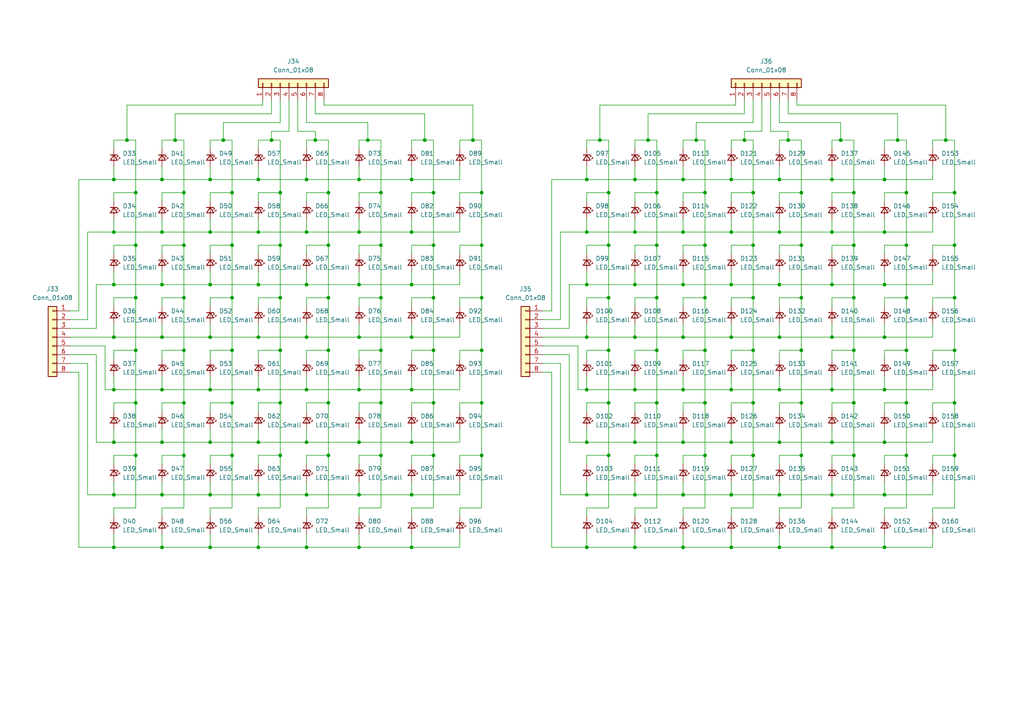
<source format=kicad_sch>
(kicad_sch (version 20220104) (generator eeschema)
  (paper "A4")
  (junction (at 95.25 86.36))
  (junction (at 50.8 40.64))
  (junction (at 88.9 52.07))
  (junction (at 218.44 71.12))
  (junction (at 212.09 52.07))
  (junction (at 81.28 71.12))
  (junction (at 53.34 132.08))
  (junction (at 228.6 40.64))
  (junction (at 106.68 40.64))
  (junction (at 190.5 101.6))
  (junction (at 74.93 52.07))
  (junction (at 170.18 113.03))
  (junction (at 170.18 52.07))
  (junction (at 36.83 40.64))
  (junction (at 88.9 97.79))
  (junction (at 95.25 101.6))
  (junction (at 256.54 113.03))
  (junction (at 276.86 55.88))
  (junction (at 139.7 71.12))
  (junction (at 204.47 132.08))
  (junction (at 184.15 143.51))
  (junction (at 95.25 116.84))
  (junction (at 276.86 101.6))
  (junction (at 212.09 97.79))
  (junction (at 88.9 82.55))
  (junction (at 170.18 143.51))
  (junction (at 241.3 97.79))
  (junction (at 60.96 97.79))
  (junction (at 247.65 132.08))
  (junction (at 218.44 132.08))
  (junction (at 247.65 55.88))
  (junction (at 67.31 86.36))
  (junction (at 204.47 101.6))
  (junction (at 241.3 52.07))
  (junction (at 184.15 52.07))
  (junction (at 243.84 40.64))
  (junction (at 123.19 40.64))
  (junction (at 74.93 97.79))
  (junction (at 184.15 158.75))
  (junction (at 198.12 158.75))
  (junction (at 218.44 55.88))
  (junction (at 139.7 116.84))
  (junction (at 33.02 82.55))
  (junction (at 39.37 71.12))
  (junction (at 232.41 55.88))
  (junction (at 176.53 55.88))
  (junction (at 74.93 67.31))
  (junction (at 232.41 71.12))
  (junction (at 176.53 86.36))
  (junction (at 104.14 97.79))
  (junction (at 212.09 82.55))
  (junction (at 95.25 55.88))
  (junction (at 74.93 82.55))
  (junction (at 226.06 97.79))
  (junction (at 184.15 113.03))
  (junction (at 104.14 143.51))
  (junction (at 173.99 40.64))
  (junction (at 262.89 116.84))
  (junction (at 88.9 158.75))
  (junction (at 226.06 158.75))
  (junction (at 187.96 40.64))
  (junction (at 212.09 143.51))
  (junction (at 125.73 132.08))
  (junction (at 95.25 132.08))
  (junction (at 53.34 55.88))
  (junction (at 215.9 40.64))
  (junction (at 170.18 67.31))
  (junction (at 139.7 101.6))
  (junction (at 125.73 116.84))
  (junction (at 95.25 71.12))
  (junction (at 67.31 71.12))
  (junction (at 260.35 40.64))
  (junction (at 176.53 71.12))
  (junction (at 33.02 97.79))
  (junction (at 104.14 113.03))
  (junction (at 212.09 67.31))
  (junction (at 204.47 71.12))
  (junction (at 81.28 101.6))
  (junction (at 33.02 143.51))
  (junction (at 60.96 82.55))
  (junction (at 110.49 116.84))
  (junction (at 74.93 158.75))
  (junction (at 232.41 132.08))
  (junction (at 212.09 128.27))
  (junction (at 60.96 52.07))
  (junction (at 46.99 143.51))
  (junction (at 170.18 158.75))
  (junction (at 274.32 40.64))
  (junction (at 46.99 158.75))
  (junction (at 232.41 101.6))
  (junction (at 241.3 82.55))
  (junction (at 67.31 101.6))
  (junction (at 110.49 132.08))
  (junction (at 60.96 158.75))
  (junction (at 88.9 113.03))
  (junction (at 64.77 40.64))
  (junction (at 60.96 143.51))
  (junction (at 81.28 55.88))
  (junction (at 204.47 55.88))
  (junction (at 241.3 143.51))
  (junction (at 212.09 113.03))
  (junction (at 190.5 132.08))
  (junction (at 204.47 86.36))
  (junction (at 201.93 40.64))
  (junction (at 184.15 128.27))
  (junction (at 241.3 158.75))
  (junction (at 226.06 143.51))
  (junction (at 232.41 116.84))
  (junction (at 262.89 55.88))
  (junction (at 33.02 158.75))
  (junction (at 67.31 116.84))
  (junction (at 46.99 52.07))
  (junction (at 226.06 52.07))
  (junction (at 74.93 128.27))
  (junction (at 184.15 82.55))
  (junction (at 212.09 158.75))
  (junction (at 110.49 55.88))
  (junction (at 74.93 143.51))
  (junction (at 232.41 86.36))
  (junction (at 241.3 113.03))
  (junction (at 170.18 97.79))
  (junction (at 104.14 52.07))
  (junction (at 190.5 86.36))
  (junction (at 170.18 128.27))
  (junction (at 256.54 52.07))
  (junction (at 104.14 128.27))
  (junction (at 60.96 67.31))
  (junction (at 139.7 132.08))
  (junction (at 119.38 82.55))
  (junction (at 81.28 86.36))
  (junction (at 125.73 86.36))
  (junction (at 262.89 71.12))
  (junction (at 119.38 52.07))
  (junction (at 276.86 116.84))
  (junction (at 88.9 128.27))
  (junction (at 110.49 71.12))
  (junction (at 184.15 67.31))
  (junction (at 262.89 86.36))
  (junction (at 204.47 116.84))
  (junction (at 67.31 55.88))
  (junction (at 247.65 86.36))
  (junction (at 276.86 86.36))
  (junction (at 218.44 116.84))
  (junction (at 262.89 132.08))
  (junction (at 198.12 128.27))
  (junction (at 190.5 71.12))
  (junction (at 241.3 128.27))
  (junction (at 190.5 116.84))
  (junction (at 81.28 132.08))
  (junction (at 39.37 101.6))
  (junction (at 170.18 82.55))
  (junction (at 81.28 116.84))
  (junction (at 226.06 128.27))
  (junction (at 139.7 86.36))
  (junction (at 139.7 55.88))
  (junction (at 226.06 82.55))
  (junction (at 198.12 97.79))
  (junction (at 119.38 158.75))
  (junction (at 88.9 67.31))
  (junction (at 39.37 55.88))
  (junction (at 256.54 67.31))
  (junction (at 46.99 128.27))
  (junction (at 256.54 143.51))
  (junction (at 190.5 55.88))
  (junction (at 198.12 82.55))
  (junction (at 218.44 86.36))
  (junction (at 53.34 71.12))
  (junction (at 125.73 71.12))
  (junction (at 276.86 71.12))
  (junction (at 78.74 40.64))
  (junction (at 119.38 128.27))
  (junction (at 33.02 67.31))
  (junction (at 33.02 128.27))
  (junction (at 53.34 86.36))
  (junction (at 60.96 113.03))
  (junction (at 119.38 97.79))
  (junction (at 241.3 67.31))
  (junction (at 198.12 52.07))
  (junction (at 256.54 82.55))
  (junction (at 176.53 116.84))
  (junction (at 247.65 71.12))
  (junction (at 39.37 116.84))
  (junction (at 46.99 82.55))
  (junction (at 91.44 40.64))
  (junction (at 262.89 101.6))
  (junction (at 104.14 158.75))
  (junction (at 137.16 40.64))
  (junction (at 104.14 82.55))
  (junction (at 46.99 67.31))
  (junction (at 67.31 132.08))
  (junction (at 176.53 132.08))
  (junction (at 46.99 113.03))
  (junction (at 74.93 113.03))
  (junction (at 218.44 101.6))
  (junction (at 46.99 97.79))
  (junction (at 198.12 113.03))
  (junction (at 119.38 113.03))
  (junction (at 256.54 97.79))
  (junction (at 33.02 52.07))
  (junction (at 53.34 101.6))
  (junction (at 125.73 101.6))
  (junction (at 39.37 132.08))
  (junction (at 110.49 86.36))
  (junction (at 104.14 67.31))
  (junction (at 226.06 113.03))
  (junction (at 256.54 128.27))
  (junction (at 247.65 101.6))
  (junction (at 33.02 113.03))
  (junction (at 110.49 101.6))
  (junction (at 198.12 143.51))
  (junction (at 125.73 55.88))
  (junction (at 39.37 86.36))
  (junction (at 276.86 132.08))
  (junction (at 256.54 158.75))
  (junction (at 53.34 116.84))
  (junction (at 176.53 101.6))
  (junction (at 198.12 67.31))
  (junction (at 88.9 143.51))
  (junction (at 184.15 97.79))
  (junction (at 119.38 67.31))
  (junction (at 226.06 67.31))
  (junction (at 60.96 128.27))
  (junction (at 247.65 116.84))
  (junction (at 119.38 143.51))
  (wire (pts (xy 46.99 67.31) (xy 33.02 67.31)))
  (wire (pts (xy 88.9 35.56) (xy 106.68 35.56)))
  (wire (pts (xy 212.09 109.22) (xy 212.09 113.03)))
  (wire (pts (xy 60.96 124.46) (xy 60.96 128.27)))
  (wire (pts (xy 91.44 33.02) (xy 123.19 33.02)))
  (wire (pts (xy 270.51 116.84) (xy 276.86 116.84)))
  (wire (pts (xy 36.83 40.64) (xy 39.37 40.64)))
  (wire (pts (xy 212.09 139.7) (xy 212.09 143.51)))
  (wire (pts (xy 74.93 113.03) (xy 60.96 113.03)))
  (wire (pts (xy 95.25 101.6) (xy 95.25 116.84)))
  (wire (pts (xy 104.14 93.98) (xy 104.14 97.79)))
  (wire (pts (xy 104.14 154.94) (xy 104.14 158.75)))
  (wire (pts (xy 241.3 43.18) (xy 241.3 40.64)))
  (wire (pts (xy 46.99 128.27) (xy 33.02 128.27)))
  (wire (pts (xy 241.3 40.64) (xy 243.84 40.64)))
  (wire (pts (xy 104.14 119.38) (xy 104.14 116.84)))
  (wire (pts (xy 220.98 29.21) (xy 220.98 38.1)))
  (wire (pts (xy 60.96 86.36) (xy 67.31 86.36)))
  (wire (pts (xy 256.54 154.94) (xy 256.54 158.75)))
  (wire (pts (xy 88.9 158.75) (xy 74.93 158.75)))
  (wire (pts (xy 226.06 35.56) (xy 243.84 35.56)))
  (wire (pts (xy 226.06 73.66) (xy 226.06 71.12)))
  (wire (pts (xy 139.7 86.36) (xy 139.7 101.6)))
  (wire (pts (xy 22.86 90.17) (xy 22.86 52.07)))
  (wire (pts (xy 241.3 109.22) (xy 241.3 113.03)))
  (wire (pts (xy 241.3 116.84) (xy 247.65 116.84)))
  (wire (pts (xy 232.41 116.84) (xy 232.41 132.08)))
  (wire (pts (xy 133.35 82.55) (xy 119.38 82.55)))
  (wire (pts (xy 212.09 132.08) (xy 218.44 132.08)))
  (wire (pts (xy 157.48 95.25) (xy 165.1 95.25)))
  (wire (pts (xy 104.14 132.08) (xy 110.49 132.08)))
  (wire (pts (xy 104.14 58.42) (xy 104.14 55.88)))
  (wire (pts (xy 157.48 90.17) (xy 160.02 90.17)))
  (wire (pts (xy 241.3 67.31) (xy 226.06 67.31)))
  (wire (pts (xy 170.18 40.64) (xy 173.99 40.64)))
  (wire (pts (xy 218.44 35.56) (xy 218.44 29.21)))
  (wire (pts (xy 133.35 132.08) (xy 139.7 132.08)))
  (wire (pts (xy 157.48 107.95) (xy 160.02 107.95)))
  (wire (pts (xy 226.06 48.26) (xy 226.06 52.07)))
  (wire (pts (xy 60.96 52.07) (xy 46.99 52.07)))
  (wire (pts (xy 104.14 48.26) (xy 104.14 52.07)))
  (wire (pts (xy 133.35 86.36) (xy 139.7 86.36)))
  (wire (pts (xy 53.34 55.88) (xy 53.34 71.12)))
  (wire (pts (xy 123.19 33.02) (xy 123.19 40.64)))
  (wire (pts (xy 215.9 38.1) (xy 215.9 40.64)))
  (wire (pts (xy 241.3 58.42) (xy 241.3 55.88)))
  (wire (pts (xy 60.96 88.9) (xy 60.96 86.36)))
  (wire (pts (xy 46.99 124.46) (xy 46.99 128.27)))
  (wire (pts (xy 46.99 97.79) (xy 33.02 97.79)))
  (wire (pts (xy 204.47 55.88) (xy 204.47 71.12)))
  (wire (pts (xy 270.51 63.5) (xy 270.51 67.31)))
  (wire (pts (xy 27.94 102.87) (xy 27.94 128.27)))
  (wire (pts (xy 133.35 139.7) (xy 133.35 143.51)))
  (wire (pts (xy 46.99 82.55) (xy 33.02 82.55)))
  (wire (pts (xy 133.35 158.75) (xy 119.38 158.75)))
  (wire (pts (xy 88.9 119.38) (xy 88.9 116.84)))
  (wire (pts (xy 64.77 40.64) (xy 67.31 40.64)))
  (wire (pts (xy 218.44 71.12) (xy 218.44 86.36)))
  (wire (pts (xy 270.51 113.03) (xy 256.54 113.03)))
  (wire (pts (xy 270.51 132.08) (xy 276.86 132.08)))
  (wire (pts (xy 270.51 86.36) (xy 276.86 86.36)))
  (wire (pts (xy 67.31 101.6) (xy 67.31 116.84)))
  (wire (pts (xy 33.02 43.18) (xy 33.02 40.64)))
  (wire (pts (xy 226.06 119.38) (xy 226.06 116.84)))
  (wire (pts (xy 95.25 40.64) (xy 95.25 55.88)))
  (wire (pts (xy 50.8 40.64) (xy 53.34 40.64)))
  (wire (pts (xy 198.12 119.38) (xy 198.12 116.84)))
  (wire (pts (xy 212.09 52.07) (xy 198.12 52.07)))
  (wire (pts (xy 226.06 149.86) (xy 226.06 147.32)))
  (wire (pts (xy 226.06 143.51) (xy 212.09 143.51)))
  (wire (pts (xy 119.38 132.08) (xy 125.73 132.08)))
  (wire (pts (xy 119.38 139.7) (xy 119.38 143.51)))
  (wire (pts (xy 93.98 29.21) (xy 93.98 30.48)))
  (wire (pts (xy 170.18 128.27) (xy 170.18 124.46)))
  (wire (pts (xy 198.12 158.75) (xy 184.15 158.75)))
  (wire (pts (xy 270.51 134.62) (xy 270.51 132.08)))
  (wire (pts (xy 74.93 55.88) (xy 81.28 55.88)))
  (wire (pts (xy 184.15 158.75) (xy 170.18 158.75)))
  (wire (pts (xy 276.86 101.6) (xy 276.86 116.84)))
  (wire (pts (xy 256.54 73.66) (xy 256.54 71.12)))
  (wire (pts (xy 133.35 97.79) (xy 119.38 97.79)))
  (wire (pts (xy 212.09 43.18) (xy 212.09 40.64)))
  (wire (pts (xy 33.02 73.66) (xy 33.02 71.12)))
  (wire (pts (xy 226.06 154.94) (xy 226.06 158.75)))
  (wire (pts (xy 190.5 55.88) (xy 190.5 71.12)))
  (wire (pts (xy 119.38 116.84) (xy 125.73 116.84)))
  (wire (pts (xy 119.38 119.38) (xy 119.38 116.84)))
  (wire (pts (xy 33.02 58.42) (xy 33.02 55.88)))
  (wire (pts (xy 270.51 52.07) (xy 256.54 52.07)))
  (wire (pts (xy 119.38 78.74) (xy 119.38 82.55)))
  (wire (pts (xy 119.38 143.51) (xy 104.14 143.51)))
  (wire (pts (xy 187.96 40.64) (xy 190.5 40.64)))
  (wire (pts (xy 60.96 158.75) (xy 46.99 158.75)))
  (wire (pts (xy 139.7 71.12) (xy 139.7 86.36)))
  (wire (pts (xy 125.73 55.88) (xy 125.73 71.12)))
  (wire (pts (xy 184.15 67.31) (xy 170.18 67.31)))
  (wire (pts (xy 88.9 97.79) (xy 74.93 97.79)))
  (wire (pts (xy 198.12 134.62) (xy 198.12 132.08)))
  (wire (pts (xy 212.09 86.36) (xy 218.44 86.36)))
  (wire (pts (xy 170.18 158.75) (xy 170.18 154.94)))
  (wire (pts (xy 110.49 71.12) (xy 110.49 86.36)))
  (wire (pts (xy 241.3 128.27) (xy 226.06 128.27)))
  (wire (pts (xy 33.02 147.32) (xy 39.37 147.32)))
  (wire (pts (xy 88.9 55.88) (xy 95.25 55.88)))
  (wire (pts (xy 133.35 88.9) (xy 133.35 86.36)))
  (wire (pts (xy 212.09 101.6) (xy 218.44 101.6)))
  (wire (pts (xy 33.02 128.27) (xy 33.02 124.46)))
  (wire (pts (xy 119.38 93.98) (xy 119.38 97.79)))
  (wire (pts (xy 228.6 29.21) (xy 228.6 33.02)))
  (wire (pts (xy 119.38 97.79) (xy 104.14 97.79)))
  (wire (pts (xy 74.93 78.74) (xy 74.93 82.55)))
  (wire (pts (xy 20.32 92.71) (xy 25.4 92.71)))
  (wire (pts (xy 226.06 55.88) (xy 232.41 55.88)))
  (wire (pts (xy 133.35 124.46) (xy 133.35 128.27)))
  (wire (pts (xy 256.54 109.22) (xy 256.54 113.03)))
  (wire (pts (xy 270.51 158.75) (xy 256.54 158.75)))
  (wire (pts (xy 74.93 147.32) (xy 81.28 147.32)))
  (wire (pts (xy 39.37 86.36) (xy 39.37 101.6)))
  (wire (pts (xy 187.96 33.02) (xy 215.9 33.02)))
  (wire (pts (xy 184.15 147.32) (xy 190.5 147.32)))
  (wire (pts (xy 157.48 102.87) (xy 165.1 102.87)))
  (wire (pts (xy 243.84 35.56) (xy 243.84 40.64)))
  (wire (pts (xy 33.02 97.79) (xy 33.02 93.98)))
  (wire (pts (xy 170.18 58.42) (xy 170.18 55.88)))
  (wire (pts (xy 241.3 101.6) (xy 247.65 101.6)))
  (wire (pts (xy 33.02 55.88) (xy 39.37 55.88)))
  (wire (pts (xy 46.99 63.5) (xy 46.99 67.31)))
  (wire (pts (xy 247.65 101.6) (xy 247.65 116.84)))
  (wire (pts (xy 184.15 55.88) (xy 190.5 55.88)))
  (wire (pts (xy 184.15 58.42) (xy 184.15 55.88)))
  (wire (pts (xy 33.02 158.75) (xy 33.02 154.94)))
  (wire (pts (xy 231.14 30.48) (xy 274.32 30.48)))
  (wire (pts (xy 170.18 82.55) (xy 170.18 78.74)))
  (wire (pts (xy 198.12 147.32) (xy 204.47 147.32)))
  (wire (pts (xy 262.89 101.6) (xy 262.89 116.84)))
  (wire (pts (xy 270.51 143.51) (xy 256.54 143.51)))
  (wire (pts (xy 133.35 73.66) (xy 133.35 71.12)))
  (wire (pts (xy 74.93 119.38) (xy 74.93 116.84)))
  (wire (pts (xy 119.38 147.32) (xy 125.73 147.32)))
  (wire (pts (xy 256.54 48.26) (xy 256.54 52.07)))
  (wire (pts (xy 170.18 71.12) (xy 176.53 71.12)))
  (wire (pts (xy 223.52 29.21) (xy 223.52 38.1)))
  (wire (pts (xy 184.15 149.86) (xy 184.15 147.32)))
  (wire (pts (xy 30.48 100.33) (xy 30.48 113.03)))
  (wire (pts (xy 104.14 97.79) (xy 88.9 97.79)))
  (wire (pts (xy 133.35 71.12) (xy 139.7 71.12)))
  (wire (pts (xy 184.15 88.9) (xy 184.15 86.36)))
  (wire (pts (xy 241.3 71.12) (xy 247.65 71.12)))
  (wire (pts (xy 46.99 55.88) (xy 53.34 55.88)))
  (wire (pts (xy 46.99 147.32) (xy 53.34 147.32)))
  (wire (pts (xy 133.35 116.84) (xy 139.7 116.84)))
  (wire (pts (xy 184.15 52.07) (xy 170.18 52.07)))
  (wire (pts (xy 241.3 48.26) (xy 241.3 52.07)))
  (wire (pts (xy 241.3 154.94) (xy 241.3 158.75)))
  (wire (pts (xy 74.93 158.75) (xy 60.96 158.75)))
  (wire (pts (xy 88.9 58.42) (xy 88.9 55.88)))
  (wire (pts (xy 74.93 88.9) (xy 74.93 86.36)))
  (wire (pts (xy 46.99 48.26) (xy 46.99 52.07)))
  (wire (pts (xy 157.48 105.41) (xy 162.56 105.41)))
  (wire (pts (xy 165.1 128.27) (xy 170.18 128.27)))
  (wire (pts (xy 64.77 35.56) (xy 81.28 35.56)))
  (wire (pts (xy 198.12 93.98) (xy 198.12 97.79)))
  (wire (pts (xy 218.44 101.6) (xy 218.44 116.84)))
  (wire (pts (xy 33.02 116.84) (xy 39.37 116.84)))
  (wire (pts (xy 170.18 132.08) (xy 176.53 132.08)))
  (wire (pts (xy 104.14 86.36) (xy 110.49 86.36)))
  (wire (pts (xy 218.44 86.36) (xy 218.44 101.6)))
  (wire (pts (xy 110.49 40.64) (xy 110.49 55.88)))
  (wire (pts (xy 133.35 113.03) (xy 119.38 113.03)))
  (wire (pts (xy 60.96 93.98) (xy 60.96 97.79)))
  (wire (pts (xy 241.3 88.9) (xy 241.3 86.36)))
  (wire (pts (xy 256.54 93.98) (xy 256.54 97.79)))
  (wire (pts (xy 162.56 143.51) (xy 170.18 143.51)))
  (wire (pts (xy 74.93 139.7) (xy 74.93 143.51)))
  (wire (pts (xy 276.86 116.84) (xy 276.86 132.08)))
  (wire (pts (xy 119.38 149.86) (xy 119.38 147.32)))
  (wire (pts (xy 160.02 90.17) (xy 160.02 52.07)))
  (wire (pts (xy 119.38 40.64) (xy 123.19 40.64)))
  (wire (pts (xy 256.54 71.12) (xy 262.89 71.12)))
  (wire (pts (xy 25.4 67.31) (xy 33.02 67.31)))
  (wire (pts (xy 83.82 38.1) (xy 78.74 38.1)))
  (wire (pts (xy 241.3 149.86) (xy 241.3 147.32)))
  (wire (pts (xy 157.48 100.33) (xy 167.64 100.33)))
  (wire (pts (xy 67.31 86.36) (xy 67.31 101.6)))
  (wire (pts (xy 204.47 101.6) (xy 204.47 116.84)))
  (wire (pts (xy 133.35 52.07) (xy 119.38 52.07)))
  (wire (pts (xy 60.96 119.38) (xy 60.96 116.84)))
  (wire (pts (xy 33.02 71.12) (xy 39.37 71.12)))
  (wire (pts (xy 33.02 82.55) (xy 33.02 78.74)))
  (wire (pts (xy 133.35 143.51) (xy 119.38 143.51)))
  (wire (pts (xy 60.96 82.55) (xy 46.99 82.55)))
  (wire (pts (xy 137.16 30.48) (xy 137.16 40.64)))
  (wire (pts (xy 78.74 40.64) (xy 81.28 40.64)))
  (wire (pts (xy 60.96 109.22) (xy 60.96 113.03)))
  (wire (pts (xy 270.51 43.18) (xy 270.51 40.64)))
  (wire (pts (xy 67.31 55.88) (xy 67.31 71.12)))
  (wire (pts (xy 212.09 63.5) (xy 212.09 67.31)))
  (wire (pts (xy 133.35 109.22) (xy 133.35 113.03)))
  (wire (pts (xy 104.14 124.46) (xy 104.14 128.27)))
  (wire (pts (xy 184.15 124.46) (xy 184.15 128.27)))
  (wire (pts (xy 247.65 40.64) (xy 247.65 55.88)))
  (wire (pts (xy 74.93 116.84) (xy 81.28 116.84)))
  (wire (pts (xy 53.34 116.84) (xy 53.34 132.08)))
  (wire (pts (xy 119.38 43.18) (xy 119.38 40.64)))
  (wire (pts (xy 81.28 132.08) (xy 81.28 147.32)))
  (wire (pts (xy 190.5 116.84) (xy 190.5 132.08)))
  (wire (pts (xy 201.93 35.56) (xy 218.44 35.56)))
  (wire (pts (xy 262.89 86.36) (xy 262.89 101.6)))
  (wire (pts (xy 81.28 71.12) (xy 81.28 86.36)))
  (wire (pts (xy 241.3 97.79) (xy 226.06 97.79)))
  (wire (pts (xy 104.14 116.84) (xy 110.49 116.84)))
  (wire (pts (xy 119.38 88.9) (xy 119.38 86.36)))
  (wire (pts (xy 36.83 30.48) (xy 76.2 30.48)))
  (wire (pts (xy 88.9 40.64) (xy 91.44 40.64)))
  (wire (pts (xy 162.56 67.31) (xy 170.18 67.31)))
  (wire (pts (xy 33.02 132.08) (xy 39.37 132.08)))
  (wire (pts (xy 173.99 40.64) (xy 173.99 30.48)))
  (wire (pts (xy 74.93 109.22) (xy 74.93 113.03)))
  (wire (pts (xy 270.51 101.6) (xy 276.86 101.6)))
  (wire (pts (xy 33.02 134.62) (xy 33.02 132.08)))
  (wire (pts (xy 39.37 40.64) (xy 39.37 55.88)))
  (wire (pts (xy 88.9 63.5) (xy 88.9 67.31)))
  (wire (pts (xy 270.51 88.9) (xy 270.51 86.36)))
  (wire (pts (xy 198.12 73.66) (xy 198.12 71.12)))
  (wire (pts (xy 162.56 92.71) (xy 162.56 67.31)))
  (wire (pts (xy 88.9 113.03) (xy 74.93 113.03)))
  (wire (pts (xy 212.09 143.51) (xy 198.12 143.51)))
  (wire (pts (xy 201.93 40.64) (xy 204.47 40.64)))
  (wire (pts (xy 88.9 78.74) (xy 88.9 82.55)))
  (wire (pts (xy 212.09 40.64) (xy 215.9 40.64)))
  (wire (pts (xy 198.12 55.88) (xy 204.47 55.88)))
  (wire (pts (xy 39.37 55.88) (xy 39.37 71.12)))
  (wire (pts (xy 88.9 93.98) (xy 88.9 97.79)))
  (wire (pts (xy 81.28 35.56) (xy 81.28 29.21)))
  (wire (pts (xy 88.9 124.46) (xy 88.9 128.27)))
  (wire (pts (xy 86.36 29.21) (xy 86.36 38.1)))
  (wire (pts (xy 104.14 78.74) (xy 104.14 82.55)))
  (wire (pts (xy 173.99 40.64) (xy 176.53 40.64)))
  (wire (pts (xy 46.99 113.03) (xy 33.02 113.03)))
  (wire (pts (xy 198.12 67.31) (xy 184.15 67.31)))
  (wire (pts (xy 184.15 82.55) (xy 170.18 82.55)))
  (wire (pts (xy 270.51 78.74) (xy 270.51 82.55)))
  (wire (pts (xy 60.96 43.18) (xy 60.96 40.64)))
  (wire (pts (xy 190.5 40.64) (xy 190.5 55.88)))
  (wire (pts (xy 241.3 73.66) (xy 241.3 71.12)))
  (wire (pts (xy 74.93 124.46) (xy 74.93 128.27)))
  (wire (pts (xy 104.14 40.64) (xy 106.68 40.64)))
  (wire (pts (xy 212.09 93.98) (xy 212.09 97.79)))
  (wire (pts (xy 133.35 58.42) (xy 133.35 55.88)))
  (wire (pts (xy 247.65 55.88) (xy 247.65 71.12)))
  (wire (pts (xy 74.93 73.66) (xy 74.93 71.12)))
  (wire (pts (xy 226.06 147.32) (xy 232.41 147.32)))
  (wire (pts (xy 198.12 109.22) (xy 198.12 113.03)))
  (wire (pts (xy 39.37 101.6) (xy 39.37 116.84)))
  (wire (pts (xy 232.41 101.6) (xy 232.41 116.84)))
  (wire (pts (xy 27.94 95.25) (xy 27.94 82.55)))
  (wire (pts (xy 170.18 73.66) (xy 170.18 71.12)))
  (wire (pts (xy 133.35 101.6) (xy 139.7 101.6)))
  (wire (pts (xy 256.54 124.46) (xy 256.54 128.27)))
  (wire (pts (xy 25.4 105.41) (xy 25.4 143.51)))
  (wire (pts (xy 274.32 30.48) (xy 274.32 40.64)))
  (wire (pts (xy 81.28 55.88) (xy 81.28 71.12)))
  (wire (pts (xy 212.09 58.42) (xy 212.09 55.88)))
  (wire (pts (xy 119.38 124.46) (xy 119.38 128.27)))
  (wire (pts (xy 226.06 58.42) (xy 226.06 55.88)))
  (wire (pts (xy 88.9 29.21) (xy 88.9 35.56)))
  (wire (pts (xy 190.5 71.12) (xy 190.5 86.36)))
  (wire (pts (xy 104.14 158.75) (xy 88.9 158.75)))
  (wire (pts (xy 60.96 78.74) (xy 60.96 82.55)))
  (wire (pts (xy 133.35 48.26) (xy 133.35 52.07)))
  (wire (pts (xy 241.3 139.7) (xy 241.3 143.51)))
  (wire (pts (xy 226.06 71.12) (xy 232.41 71.12)))
  (wire (pts (xy 88.9 109.22) (xy 88.9 113.03)))
  (wire (pts (xy 139.7 132.08) (xy 139.7 147.32)))
  (wire (pts (xy 133.35 67.31) (xy 119.38 67.31)))
  (wire (pts (xy 133.35 63.5) (xy 133.35 67.31)))
  (wire (pts (xy 88.9 143.51) (xy 74.93 143.51)))
  (wire (pts (xy 46.99 43.18) (xy 46.99 40.64)))
  (wire (pts (xy 39.37 132.08) (xy 39.37 147.32)))
  (wire (pts (xy 74.93 143.51) (xy 60.96 143.51)))
  (wire (pts (xy 190.5 86.36) (xy 190.5 101.6)))
  (wire (pts (xy 226.06 97.79) (xy 212.09 97.79)))
  (wire (pts (xy 88.9 134.62) (xy 88.9 132.08)))
  (wire (pts (xy 88.9 104.14) (xy 88.9 101.6)))
  (wire (pts (xy 173.99 30.48) (xy 213.36 30.48)))
  (wire (pts (xy 241.3 86.36) (xy 247.65 86.36)))
  (wire (pts (xy 133.35 78.74) (xy 133.35 82.55)))
  (wire (pts (xy 241.3 113.03) (xy 226.06 113.03)))
  (wire (pts (xy 262.89 132.08) (xy 262.89 147.32)))
  (wire (pts (xy 60.96 101.6) (xy 67.31 101.6)))
  (wire (pts (xy 60.96 113.03) (xy 46.99 113.03)))
  (wire (pts (xy 125.73 86.36) (xy 125.73 101.6)))
  (wire (pts (xy 270.51 73.66) (xy 270.51 71.12)))
  (wire (pts (xy 104.14 43.18) (xy 104.14 40.64)))
  (wire (pts (xy 95.25 116.84) (xy 95.25 132.08)))
  (wire (pts (xy 139.7 40.64) (xy 139.7 55.88)))
  (wire (pts (xy 167.64 100.33) (xy 167.64 113.03)))
  (wire (pts (xy 33.02 52.07) (xy 33.02 48.26)))
  (wire (pts (xy 270.51 97.79) (xy 256.54 97.79)))
  (wire (pts (xy 226.06 104.14) (xy 226.06 101.6)))
  (wire (pts (xy 256.54 104.14) (xy 256.54 101.6)))
  (wire (pts (xy 241.3 124.46) (xy 241.3 128.27)))
  (wire (pts (xy 88.9 67.31) (xy 74.93 67.31)))
  (wire (pts (xy 46.99 88.9) (xy 46.99 86.36)))
  (wire (pts (xy 46.99 109.22) (xy 46.99 113.03)))
  (wire (pts (xy 104.14 82.55) (xy 88.9 82.55)))
  (wire (pts (xy 226.06 43.18) (xy 226.06 40.64)))
  (wire (pts (xy 215.9 40.64) (xy 218.44 40.64)))
  (wire (pts (xy 198.12 128.27) (xy 184.15 128.27)))
  (wire (pts (xy 74.93 101.6) (xy 81.28 101.6)))
  (wire (pts (xy 256.54 78.74) (xy 256.54 82.55)))
  (wire (pts (xy 104.14 73.66) (xy 104.14 71.12)))
  (wire (pts (xy 33.02 149.86) (xy 33.02 147.32)))
  (wire (pts (xy 218.44 55.88) (xy 218.44 71.12)))
  (wire (pts (xy 256.54 149.86) (xy 256.54 147.32)))
  (wire (pts (xy 133.35 43.18) (xy 133.35 40.64)))
  (wire (pts (xy 226.06 63.5) (xy 226.06 67.31)))
  (wire (pts (xy 274.32 40.64) (xy 276.86 40.64)))
  (wire (pts (xy 88.9 88.9) (xy 88.9 86.36)))
  (wire (pts (xy 198.12 52.07) (xy 184.15 52.07)))
  (wire (pts (xy 256.54 147.32) (xy 262.89 147.32)))
  (wire (pts (xy 184.15 40.64) (xy 187.96 40.64)))
  (wire (pts (xy 184.15 86.36) (xy 190.5 86.36)))
  (wire (pts (xy 170.18 43.18) (xy 170.18 40.64)))
  (wire (pts (xy 170.18 134.62) (xy 170.18 132.08)))
  (wire (pts (xy 33.02 101.6) (xy 39.37 101.6)))
  (wire (pts (xy 119.38 104.14) (xy 119.38 101.6)))
  (wire (pts (xy 119.38 128.27) (xy 104.14 128.27)))
  (wire (pts (xy 247.65 132.08) (xy 247.65 147.32)))
  (wire (pts (xy 198.12 88.9) (xy 198.12 86.36)))
  (wire (pts (xy 270.51 128.27) (xy 256.54 128.27)))
  (wire (pts (xy 212.09 73.66) (xy 212.09 71.12)))
  (wire (pts (xy 104.14 88.9) (xy 104.14 86.36)))
  (wire (pts (xy 226.06 158.75) (xy 212.09 158.75)))
  (wire (pts (xy 119.38 58.42) (xy 119.38 55.88)))
  (wire (pts (xy 212.09 48.26) (xy 212.09 52.07)))
  (wire (pts (xy 256.54 128.27) (xy 241.3 128.27)))
  (wire (pts (xy 228.6 38.1) (xy 228.6 40.64)))
  (wire (pts (xy 262.89 116.84) (xy 262.89 132.08)))
  (wire (pts (xy 212.09 82.55) (xy 198.12 82.55)))
  (wire (pts (xy 46.99 104.14) (xy 46.99 101.6)))
  (wire (pts (xy 60.96 149.86) (xy 60.96 147.32)))
  (wire (pts (xy 256.54 101.6) (xy 262.89 101.6)))
  (wire (pts (xy 256.54 158.75) (xy 241.3 158.75)))
  (wire (pts (xy 91.44 38.1) (xy 91.44 40.64)))
  (wire (pts (xy 67.31 40.64) (xy 67.31 55.88)))
  (wire (pts (xy 160.02 158.75) (xy 170.18 158.75)))
  (wire (pts (xy 88.9 52.07) (xy 74.93 52.07)))
  (wire (pts (xy 184.15 97.79) (xy 170.18 97.79)))
  (wire (pts (xy 228.6 40.64) (xy 232.41 40.64)))
  (wire (pts (xy 212.09 67.31) (xy 198.12 67.31)))
  (wire (pts (xy 46.99 78.74) (xy 46.99 82.55)))
  (wire (pts (xy 241.3 119.38) (xy 241.3 116.84)))
  (wire (pts (xy 104.14 109.22) (xy 104.14 113.03)))
  (wire (pts (xy 184.15 134.62) (xy 184.15 132.08)))
  (wire (pts (xy 226.06 113.03) (xy 212.09 113.03)))
  (wire (pts (xy 226.06 116.84) (xy 232.41 116.84)))
  (wire (pts (xy 67.31 132.08) (xy 67.31 147.32)))
  (wire (pts (xy 270.51 67.31) (xy 256.54 67.31)))
  (wire (pts (xy 241.3 93.98) (xy 241.3 97.79)))
  (wire (pts (xy 60.96 73.66) (xy 60.96 71.12)))
  (wire (pts (xy 133.35 93.98) (xy 133.35 97.79)))
  (wire (pts (xy 46.99 119.38) (xy 46.99 116.84)))
  (wire (pts (xy 119.38 154.94) (xy 119.38 158.75)))
  (wire (pts (xy 95.25 55.88) (xy 95.25 71.12)))
  (wire (pts (xy 119.38 134.62) (xy 119.38 132.08)))
  (wire (pts (xy 81.28 40.64) (xy 81.28 55.88)))
  (wire (pts (xy 226.06 128.27) (xy 212.09 128.27)))
  (wire (pts (xy 53.34 71.12) (xy 53.34 86.36)))
  (wire (pts (xy 125.73 40.64) (xy 125.73 55.88)))
  (wire (pts (xy 119.38 86.36) (xy 125.73 86.36)))
  (wire (pts (xy 78.74 33.02) (xy 78.74 29.21)))
  (wire (pts (xy 270.51 71.12) (xy 276.86 71.12)))
  (wire (pts (xy 176.53 40.64) (xy 176.53 55.88)))
  (wire (pts (xy 204.47 40.64) (xy 204.47 55.88)))
  (wire (pts (xy 25.4 92.71) (xy 25.4 67.31)))
  (wire (pts (xy 201.93 40.64) (xy 201.93 35.56)))
  (wire (pts (xy 104.14 113.03) (xy 88.9 113.03)))
  (wire (pts (xy 256.54 40.64) (xy 260.35 40.64)))
  (wire (pts (xy 270.51 139.7) (xy 270.51 143.51)))
  (wire (pts (xy 60.96 134.62) (xy 60.96 132.08)))
  (wire (pts (xy 198.12 113.03) (xy 184.15 113.03)))
  (wire (pts (xy 74.93 43.18) (xy 74.93 40.64)))
  (wire (pts (xy 53.34 101.6) (xy 53.34 116.84)))
  (wire (pts (xy 110.49 55.88) (xy 110.49 71.12)))
  (wire (pts (xy 74.93 93.98) (xy 74.93 97.79)))
  (wire (pts (xy 184.15 71.12) (xy 190.5 71.12)))
  (wire (pts (xy 241.3 52.07) (xy 226.06 52.07)))
  (wire (pts (xy 270.51 154.94) (xy 270.51 158.75)))
  (wire (pts (xy 74.93 86.36) (xy 81.28 86.36)))
  (wire (pts (xy 133.35 154.94) (xy 133.35 158.75)))
  (wire (pts (xy 218.44 116.84) (xy 218.44 132.08)))
  (wire (pts (xy 256.54 63.5) (xy 256.54 67.31)))
  (wire (pts (xy 119.38 67.31) (xy 104.14 67.31)))
  (wire (pts (xy 176.53 101.6) (xy 176.53 116.84)))
  (wire (pts (xy 83.82 29.21) (xy 83.82 38.1)))
  (wire (pts (xy 184.15 143.51) (xy 170.18 143.51)))
  (wire (pts (xy 198.12 78.74) (xy 198.12 82.55)))
  (wire (pts (xy 226.06 139.7) (xy 226.06 143.51)))
  (wire (pts (xy 119.38 48.26) (xy 119.38 52.07)))
  (wire (pts (xy 226.06 132.08) (xy 232.41 132.08)))
  (wire (pts (xy 184.15 128.27) (xy 170.18 128.27)))
  (wire (pts (xy 256.54 88.9) (xy 256.54 86.36)))
  (wire (pts (xy 167.64 113.03) (xy 170.18 113.03)))
  (wire (pts (xy 218.44 132.08) (xy 218.44 147.32)))
  (wire (pts (xy 226.06 88.9) (xy 226.06 86.36)))
  (wire (pts (xy 256.54 119.38) (xy 256.54 116.84)))
  (wire (pts (xy 60.96 48.26) (xy 60.96 52.07)))
  (wire (pts (xy 106.68 35.56) (xy 106.68 40.64)))
  (wire (pts (xy 184.15 132.08) (xy 190.5 132.08)))
  (wire (pts (xy 33.02 143.51) (xy 33.02 139.7)))
  (wire (pts (xy 106.68 40.64) (xy 110.49 40.64)))
  (wire (pts (xy 74.93 48.26) (xy 74.93 52.07)))
  (wire (pts (xy 213.36 30.48) (xy 213.36 29.21)))
  (wire (pts (xy 67.31 71.12) (xy 67.31 86.36)))
  (wire (pts (xy 241.3 82.55) (xy 226.06 82.55)))
  (wire (pts (xy 256.54 143.51) (xy 241.3 143.51)))
  (wire (pts (xy 256.54 116.84) (xy 262.89 116.84)))
  (wire (pts (xy 60.96 71.12) (xy 67.31 71.12)))
  (wire (pts (xy 39.37 71.12) (xy 39.37 86.36)))
  (wire (pts (xy 88.9 101.6) (xy 95.25 101.6)))
  (wire (pts (xy 170.18 143.51) (xy 170.18 139.7)))
  (wire (pts (xy 226.06 78.74) (xy 226.06 82.55)))
  (wire (pts (xy 184.15 139.7) (xy 184.15 143.51)))
  (wire (pts (xy 36.83 40.64) (xy 36.83 30.48)))
  (wire (pts (xy 226.06 93.98) (xy 226.06 97.79)))
  (wire (pts (xy 139.7 55.88) (xy 139.7 71.12)))
  (wire (pts (xy 139.7 101.6) (xy 139.7 116.84)))
  (wire (pts (xy 33.02 88.9) (xy 33.02 86.36)))
  (wire (pts (xy 198.12 116.84) (xy 204.47 116.84)))
  (wire (pts (xy 184.15 63.5) (xy 184.15 67.31)))
  (wire (pts (xy 46.99 134.62) (xy 46.99 132.08)))
  (wire (pts (xy 198.12 154.94) (xy 198.12 158.75)))
  (wire (pts (xy 170.18 116.84) (xy 176.53 116.84)))
  (wire (pts (xy 276.86 132.08) (xy 276.86 147.32)))
  (wire (pts (xy 247.65 86.36) (xy 247.65 101.6)))
  (wire (pts (xy 60.96 58.42) (xy 60.96 55.88)))
  (wire (pts (xy 170.18 86.36) (xy 176.53 86.36)))
  (wire (pts (xy 74.93 128.27) (xy 60.96 128.27)))
  (wire (pts (xy 74.93 154.94) (xy 74.93 158.75)))
  (wire (pts (xy 33.02 67.31) (xy 33.02 63.5)))
  (wire (pts (xy 60.96 128.27) (xy 46.99 128.27)))
  (wire (pts (xy 241.3 158.75) (xy 226.06 158.75)))
  (wire (pts (xy 212.09 154.94) (xy 212.09 158.75)))
  (wire (pts (xy 212.09 71.12) (xy 218.44 71.12)))
  (wire (pts (xy 119.38 63.5) (xy 119.38 67.31)))
  (wire (pts (xy 184.15 154.94) (xy 184.15 158.75)))
  (wire (pts (xy 198.12 43.18) (xy 198.12 40.64)))
  (wire (pts (xy 60.96 147.32) (xy 67.31 147.32)))
  (wire (pts (xy 260.35 33.02) (xy 260.35 40.64)))
  (wire (pts (xy 104.14 149.86) (xy 104.14 147.32)))
  (wire (pts (xy 119.38 71.12) (xy 125.73 71.12)))
  (wire (pts (xy 256.54 97.79) (xy 241.3 97.79)))
  (wire (pts (xy 133.35 128.27) (xy 119.38 128.27)))
  (wire (pts (xy 110.49 101.6) (xy 110.49 116.84)))
  (wire (pts (xy 133.35 134.62) (xy 133.35 132.08)))
  (wire (pts (xy 170.18 149.86) (xy 170.18 147.32)))
  (wire (pts (xy 104.14 104.14) (xy 104.14 101.6)))
  (wire (pts (xy 20.32 105.41) (xy 25.4 105.41)))
  (wire (pts (xy 53.34 86.36) (xy 53.34 101.6)))
  (wire (pts (xy 170.18 97.79) (xy 170.18 93.98)))
  (wire (pts (xy 33.02 86.36) (xy 39.37 86.36)))
  (wire (pts (xy 184.15 104.14) (xy 184.15 101.6)))
  (wire (pts (xy 46.99 154.94) (xy 46.99 158.75)))
  (wire (pts (xy 119.38 101.6) (xy 125.73 101.6)))
  (wire (pts (xy 88.9 73.66) (xy 88.9 71.12)))
  (wire (pts (xy 212.09 158.75) (xy 198.12 158.75)))
  (wire (pts (xy 78.74 38.1) (xy 78.74 40.64)))
  (wire (pts (xy 88.9 128.27) (xy 74.93 128.27)))
  (wire (pts (xy 212.09 88.9) (xy 212.09 86.36)))
  (wire (pts (xy 137.16 40.64) (xy 139.7 40.64)))
  (wire (pts (xy 125.73 116.84) (xy 125.73 132.08)))
  (wire (pts (xy 184.15 73.66) (xy 184.15 71.12)))
  (wire (pts (xy 60.96 104.14) (xy 60.96 101.6)))
  (wire (pts (xy 46.99 143.51) (xy 33.02 143.51)))
  (wire (pts (xy 256.54 82.55) (xy 241.3 82.55)))
  (wire (pts (xy 46.99 132.08) (xy 53.34 132.08)))
  (wire (pts (xy 86.36 38.1) (xy 91.44 38.1)))
  (wire (pts (xy 74.93 52.07) (xy 60.96 52.07)))
  (wire (pts (xy 104.14 71.12) (xy 110.49 71.12)))
  (wire (pts (xy 270.51 149.86) (xy 270.51 147.32)))
  (wire (pts (xy 27.94 82.55) (xy 33.02 82.55)))
  (wire (pts (xy 256.54 58.42) (xy 256.54 55.88)))
  (wire (pts (xy 256.54 113.03) (xy 241.3 113.03)))
  (wire (pts (xy 170.18 147.32) (xy 176.53 147.32)))
  (wire (pts (xy 212.09 128.27) (xy 198.12 128.27)))
  (wire (pts (xy 95.25 132.08) (xy 95.25 147.32)))
  (wire (pts (xy 256.54 139.7) (xy 256.54 143.51)))
  (wire (pts (xy 104.14 101.6) (xy 110.49 101.6)))
  (wire (pts (xy 110.49 86.36) (xy 110.49 101.6)))
  (wire (pts (xy 184.15 119.38) (xy 184.15 116.84)))
  (wire (pts (xy 67.31 116.84) (xy 67.31 132.08)))
  (wire (pts (xy 212.09 124.46) (xy 212.09 128.27)))
  (wire (pts (xy 104.14 52.07) (xy 88.9 52.07)))
  (wire (pts (xy 241.3 78.74) (xy 241.3 82.55)))
  (wire (pts (xy 74.93 134.62) (xy 74.93 132.08)))
  (wire (pts (xy 125.73 71.12) (xy 125.73 86.36)))
  (wire (pts (xy 46.99 71.12) (xy 53.34 71.12)))
  (wire (pts (xy 204.47 86.36) (xy 204.47 101.6)))
  (wire (pts (xy 226.06 82.55) (xy 212.09 82.55)))
  (wire (pts (xy 212.09 104.14) (xy 212.09 101.6)))
  (wire (pts (xy 198.12 48.26) (xy 198.12 52.07)))
  (wire (pts (xy 125.73 101.6) (xy 125.73 116.84)))
  (wire (pts (xy 74.93 58.42) (xy 74.93 55.88)))
  (wire (pts (xy 20.32 90.17) (xy 22.86 90.17)))
  (wire (pts (xy 133.35 55.88) (xy 139.7 55.88)))
  (wire (pts (xy 226.06 40.64) (xy 228.6 40.64)))
  (wire (pts (xy 198.12 101.6) (xy 204.47 101.6)))
  (wire (pts (xy 60.96 143.51) (xy 46.99 143.51)))
  (wire (pts (xy 231.14 29.21) (xy 231.14 30.48)))
  (wire (pts (xy 184.15 109.22) (xy 184.15 113.03)))
  (wire (pts (xy 39.37 116.84) (xy 39.37 132.08)))
  (wire (pts (xy 232.41 40.64) (xy 232.41 55.88)))
  (wire (pts (xy 20.32 107.95) (xy 22.86 107.95)))
  (wire (pts (xy 119.38 82.55) (xy 104.14 82.55)))
  (wire (pts (xy 212.09 116.84) (xy 218.44 116.84)))
  (wire (pts (xy 212.09 97.79) (xy 198.12 97.79)))
  (wire (pts (xy 60.96 67.31) (xy 46.99 67.31)))
  (wire (pts (xy 25.4 143.51) (xy 33.02 143.51)))
  (wire (pts (xy 170.18 104.14) (xy 170.18 101.6)))
  (wire (pts (xy 226.06 86.36) (xy 232.41 86.36)))
  (wire (pts (xy 104.14 139.7) (xy 104.14 143.51)))
  (wire (pts (xy 276.86 40.64) (xy 276.86 55.88)))
  (wire (pts (xy 241.3 147.32) (xy 247.65 147.32)))
  (wire (pts (xy 74.93 40.64) (xy 78.74 40.64)))
  (wire (pts (xy 133.35 149.86) (xy 133.35 147.32)))
  (wire (pts (xy 91.44 40.64) (xy 95.25 40.64)))
  (wire (pts (xy 33.02 119.38) (xy 33.02 116.84)))
  (wire (pts (xy 76.2 30.48) (xy 76.2 29.21)))
  (wire (pts (xy 218.44 40.64) (xy 218.44 55.88)))
  (wire (pts (xy 241.3 55.88) (xy 247.65 55.88)))
  (wire (pts (xy 256.54 55.88) (xy 262.89 55.88)))
  (wire (pts (xy 226.06 67.31) (xy 212.09 67.31)))
  (wire (pts (xy 241.3 132.08) (xy 247.65 132.08)))
  (wire (pts (xy 46.99 73.66) (xy 46.99 71.12)))
  (wire (pts (xy 81.28 116.84) (xy 81.28 132.08)))
  (wire (pts (xy 133.35 147.32) (xy 139.7 147.32)))
  (wire (pts (xy 212.09 113.03) (xy 198.12 113.03)))
  (wire (pts (xy 212.09 78.74) (xy 212.09 82.55)))
  (wire (pts (xy 74.93 149.86) (xy 74.93 147.32)))
  (wire (pts (xy 270.51 58.42) (xy 270.51 55.88)))
  (wire (pts (xy 64.77 40.64) (xy 64.77 35.56)))
  (wire (pts (xy 198.12 58.42) (xy 198.12 55.88)))
  (wire (pts (xy 223.52 38.1) (xy 228.6 38.1)))
  (wire (pts (xy 270.51 147.32) (xy 276.86 147.32)))
  (wire (pts (xy 256.54 67.31) (xy 241.3 67.31)))
  (wire (pts (xy 190.5 132.08) (xy 190.5 147.32)))
  (wire (pts (xy 46.99 158.75) (xy 33.02 158.75)))
  (wire (pts (xy 74.93 63.5) (xy 74.93 67.31)))
  (wire (pts (xy 256.54 132.08) (xy 262.89 132.08)))
  (wire (pts (xy 119.38 55.88) (xy 125.73 55.88)))
  (wire (pts (xy 204.47 116.84) (xy 204.47 132.08)))
  (wire (pts (xy 270.51 82.55) (xy 256.54 82.55)))
  (wire (pts (xy 270.51 55.88) (xy 276.86 55.88)))
  (wire (pts (xy 241.3 63.5) (xy 241.3 67.31)))
  (wire (pts (xy 22.86 107.95) (xy 22.86 158.75)))
  (wire (pts (xy 243.84 40.64) (xy 247.65 40.64)))
  (wire (pts (xy 198.12 97.79) (xy 184.15 97.79)))
  (wire (pts (xy 160.02 52.07) (xy 170.18 52.07)))
  (wire (pts (xy 119.38 109.22) (xy 119.38 113.03)))
  (wire (pts (xy 60.96 132.08) (xy 67.31 132.08)))
  (wire (pts (xy 157.48 92.71) (xy 162.56 92.71)))
  (wire (pts (xy 190.5 101.6) (xy 190.5 116.84)))
  (wire (pts (xy 256.54 43.18) (xy 256.54 40.64)))
  (wire (pts (xy 22.86 158.75) (xy 33.02 158.75)))
  (wire (pts (xy 104.14 67.31) (xy 88.9 67.31)))
  (wire (pts (xy 33.02 40.64) (xy 36.83 40.64)))
  (wire (pts (xy 270.51 109.22) (xy 270.51 113.03)))
  (wire (pts (xy 232.41 71.12) (xy 232.41 86.36)))
  (wire (pts (xy 228.6 33.02) (xy 260.35 33.02)))
  (wire (pts (xy 95.25 71.12) (xy 95.25 86.36)))
  (wire (pts (xy 119.38 73.66) (xy 119.38 71.12)))
  (wire (pts (xy 232.41 55.88) (xy 232.41 71.12)))
  (wire (pts (xy 226.06 29.21) (xy 226.06 35.56)))
  (wire (pts (xy 88.9 86.36) (xy 95.25 86.36)))
  (wire (pts (xy 270.51 48.26) (xy 270.51 52.07)))
  (wire (pts (xy 270.51 119.38) (xy 270.51 116.84)))
  (wire (pts (xy 74.93 67.31) (xy 60.96 67.31)))
  (wire (pts (xy 60.96 55.88) (xy 67.31 55.88)))
  (wire (pts (xy 104.14 143.51) (xy 88.9 143.51)))
  (wire (pts (xy 88.9 82.55) (xy 74.93 82.55)))
  (wire (pts (xy 46.99 86.36) (xy 53.34 86.36)))
  (wire (pts (xy 176.53 132.08) (xy 176.53 147.32)))
  (wire (pts (xy 232.41 132.08) (xy 232.41 147.32)))
  (wire (pts (xy 198.12 104.14) (xy 198.12 101.6)))
  (wire (pts (xy 170.18 67.31) (xy 170.18 63.5)))
  (wire (pts (xy 46.99 139.7) (xy 46.99 143.51)))
  (wire (pts (xy 88.9 139.7) (xy 88.9 143.51)))
  (wire (pts (xy 123.19 40.64) (xy 125.73 40.64)))
  (wire (pts (xy 157.48 97.79) (xy 170.18 97.79)))
  (wire (pts (xy 247.65 116.84) (xy 247.65 132.08)))
  (wire (pts (xy 170.18 55.88) (xy 176.53 55.88)))
  (wire (pts (xy 276.86 86.36) (xy 276.86 101.6)))
  (wire (pts (xy 247.65 71.12) (xy 247.65 86.36)))
  (wire (pts (xy 187.96 40.64) (xy 187.96 33.02)))
  (wire (pts (xy 226.06 52.07) (xy 212.09 52.07)))
  (wire (pts (xy 104.14 63.5) (xy 104.14 67.31)))
  (wire (pts (xy 50.8 33.02) (xy 78.74 33.02)))
  (wire (pts (xy 270.51 93.98) (xy 270.51 97.79)))
  (wire (pts (xy 184.15 48.26) (xy 184.15 52.07)))
  (wire (pts (xy 241.3 104.14) (xy 241.3 101.6)))
  (wire (pts (xy 81.28 86.36) (xy 81.28 101.6)))
  (wire (pts (xy 46.99 116.84) (xy 53.34 116.84)))
  (wire (pts (xy 212.09 55.88) (xy 218.44 55.88)))
  (wire (pts (xy 30.48 113.03) (xy 33.02 113.03)))
  (wire (pts (xy 176.53 116.84) (xy 176.53 132.08)))
  (wire (pts (xy 53.34 132.08) (xy 53.34 147.32)))
  (wire (pts (xy 139.7 116.84) (xy 139.7 132.08)))
  (wire (pts (xy 184.15 78.74) (xy 184.15 82.55)))
  (wire (pts (xy 60.96 63.5) (xy 60.96 67.31)))
  (wire (pts (xy 60.96 97.79) (xy 46.99 97.79)))
  (wire (pts (xy 270.51 104.14) (xy 270.51 101.6)))
  (wire (pts (xy 260.35 40.64) (xy 262.89 40.64)))
  (wire (pts (xy 256.54 86.36) (xy 262.89 86.36)))
  (wire (pts (xy 198.12 86.36) (xy 204.47 86.36)))
  (wire (pts (xy 88.9 149.86) (xy 88.9 147.32)))
  (wire (pts (xy 165.1 102.87) (xy 165.1 128.27)))
  (wire (pts (xy 212.09 134.62) (xy 212.09 132.08)))
  (wire (pts (xy 170.18 52.07) (xy 170.18 48.26)))
  (wire (pts (xy 20.32 95.25) (xy 27.94 95.25)))
  (wire (pts (xy 270.51 40.64) (xy 274.32 40.64)))
  (wire (pts (xy 46.99 52.07) (xy 33.02 52.07)))
  (wire (pts (xy 33.02 113.03) (xy 33.02 109.22)))
  (wire (pts (xy 60.96 40.64) (xy 64.77 40.64)))
  (wire (pts (xy 198.12 124.46) (xy 198.12 128.27)))
  (wire (pts (xy 226.06 101.6) (xy 232.41 101.6)))
  (wire (pts (xy 212.09 147.32) (xy 218.44 147.32)))
  (wire (pts (xy 91.44 29.21) (xy 91.44 33.02)))
  (wire (pts (xy 60.96 154.94) (xy 60.96 158.75)))
  (wire (pts (xy 170.18 101.6) (xy 176.53 101.6)))
  (wire (pts (xy 198.12 82.55) (xy 184.15 82.55)))
  (wire (pts (xy 119.38 52.07) (xy 104.14 52.07)))
  (wire (pts (xy 184.15 93.98) (xy 184.15 97.79)))
  (wire (pts (xy 184.15 113.03) (xy 170.18 113.03)))
  (wire (pts (xy 46.99 93.98) (xy 46.99 97.79)))
  (wire (pts (xy 226.06 134.62) (xy 226.06 132.08)))
  (wire (pts (xy 60.96 139.7) (xy 60.96 143.51)))
  (wire (pts (xy 46.99 149.86) (xy 46.99 147.32)))
  (wire (pts (xy 104.14 134.62) (xy 104.14 132.08)))
  (wire (pts (xy 125.73 132.08) (xy 125.73 147.32)))
  (wire (pts (xy 256.54 52.07) (xy 241.3 52.07)))
  (wire (pts (xy 198.12 139.7) (xy 198.12 143.51)))
  (wire (pts (xy 184.15 43.18) (xy 184.15 40.64)))
  (wire (pts (xy 104.14 55.88) (xy 110.49 55.88)))
  (wire (pts (xy 256.54 134.62) (xy 256.54 132.08)))
  (wire (pts (xy 20.32 97.79) (xy 33.02 97.79)))
  (wire (pts (xy 119.38 113.03) (xy 104.14 113.03)))
  (wire (pts (xy 176.53 55.88) (xy 176.53 71.12)))
  (wire (pts (xy 95.25 86.36) (xy 95.25 101.6)))
  (wire (pts (xy 170.18 88.9) (xy 170.18 86.36)))
  (wire (pts (xy 88.9 154.94) (xy 88.9 158.75)))
  (wire (pts (xy 46.99 40.64) (xy 50.8 40.64)))
  (wire (pts (xy 133.35 119.38) (xy 133.35 116.84)))
  (wire (pts (xy 170.18 119.38) (xy 170.18 116.84)))
  (wire (pts (xy 104.14 147.32) (xy 110.49 147.32)))
  (wire (pts (xy 160.02 107.95) (xy 160.02 158.75)))
  (wire (pts (xy 212.09 149.86) (xy 212.09 147.32)))
  (wire (pts (xy 165.1 95.25) (xy 165.1 82.55)))
  (wire (pts (xy 60.96 116.84) (xy 67.31 116.84)))
  (wire (pts (xy 33.02 104.14) (xy 33.02 101.6)))
  (wire (pts (xy 74.93 97.79) (xy 60.96 97.79)))
  (wire (pts (xy 162.56 105.41) (xy 162.56 143.51)))
  (wire (pts (xy 204.47 71.12) (xy 204.47 86.36)))
  (wire (pts (xy 165.1 82.55) (xy 170.18 82.55)))
  (wire (pts (xy 46.99 101.6) (xy 53.34 101.6)))
  (wire (pts (xy 262.89 55.88) (xy 262.89 71.12)))
  (wire (pts (xy 198.12 149.86) (xy 198.12 147.32)))
  (wire (pts (xy 74.93 104.14) (xy 74.93 101.6)))
  (wire (pts (xy 262.89 71.12) (xy 262.89 86.36)))
  (wire (pts (xy 241.3 143.51) (xy 226.06 143.51)))
  (wire (pts (xy 276.86 55.88) (xy 276.86 71.12)))
  (wire (pts (xy 176.53 86.36) (xy 176.53 101.6)))
  (wire (pts (xy 119.38 158.75) (xy 104.14 158.75)))
  (wire (pts (xy 110.49 132.08) (xy 110.49 147.32)))
  (wire (pts (xy 88.9 71.12) (xy 95.25 71.12)))
  (wire (pts (xy 170.18 113.03) (xy 170.18 109.22)))
  (wire (pts (xy 74.93 132.08) (xy 81.28 132.08)))
  (wire (pts (xy 198.12 71.12) (xy 204.47 71.12)))
  (wire (pts (xy 104.14 128.27) (xy 88.9 128.27)))
  (wire (pts (xy 184.15 101.6) (xy 190.5 101.6)))
  (wire (pts (xy 184.15 116.84) (xy 190.5 116.84)))
  (wire (pts (xy 88.9 116.84) (xy 95.25 116.84)))
  (wire (pts (xy 276.86 71.12) (xy 276.86 86.36)))
  (wire (pts (xy 226.06 124.46) (xy 226.06 128.27)))
  (wire (pts (xy 22.86 52.07) (xy 33.02 52.07)))
  (wire (pts (xy 20.32 100.33) (xy 30.48 100.33)))
  (wire (pts (xy 27.94 128.27) (xy 33.02 128.27)))
  (wire (pts (xy 215.9 33.02) (xy 215.9 29.21)))
  (wire (pts (xy 212.09 119.38) (xy 212.09 116.84)))
  (wire (pts (xy 198.12 40.64) (xy 201.93 40.64)))
  (wire (pts (xy 198.12 132.08) (xy 204.47 132.08)))
  (wire (pts (xy 262.89 40.64) (xy 262.89 55.88)))
  (wire (pts (xy 133.35 40.64) (xy 137.16 40.64)))
  (wire (pts (xy 133.35 104.14) (xy 133.35 101.6)))
  (wire (pts (xy 176.53 71.12) (xy 176.53 86.36)))
  (wire (pts (xy 270.51 124.46) (xy 270.51 128.27)))
  (wire (pts (xy 88.9 43.18) (xy 88.9 40.64)))
  (wire (pts (xy 232.41 86.36) (xy 232.41 101.6)))
  (wire (pts (xy 93.98 30.48) (xy 137.16 30.48)))
  (wire (pts (xy 74.93 82.55) (xy 60.96 82.55)))
  (wire (pts (xy 226.06 109.22) (xy 226.06 113.03)))
  (wire (pts (xy 88.9 132.08) (xy 95.25 132.08)))
  (wire (pts (xy 198.12 143.51) (xy 184.15 143.51)))
  (wire (pts (xy 81.28 101.6) (xy 81.28 116.84)))
  (wire (pts (xy 110.49 116.84) (xy 110.49 132.08)))
  (wire (pts (xy 220.98 38.1) (xy 215.9 38.1)))
  (wire (pts (xy 53.34 40.64) (xy 53.34 55.88)))
  (wire (pts (xy 50.8 40.64) (xy 50.8 33.02)))
  (wire (pts (xy 204.47 132.08) (xy 204.47 147.32)))
  (wire (pts (xy 88.9 147.32) (xy 95.25 147.32)))
  (wire (pts (xy 241.3 134.62) (xy 241.3 132.08)))
  (wire (pts (xy 20.32 102.87) (xy 27.94 102.87)))
  (wire (pts (xy 46.99 58.42) (xy 46.99 55.88)))
  (wire (pts (xy 74.93 71.12) (xy 81.28 71.12)))
  (wire (pts (xy 198.12 63.5) (xy 198.12 67.31)))
  (wire (pts (xy 88.9 48.26) (xy 88.9 52.07)))
  (symbol (lib_id "Device:LED_Small") (at 241.3 45.72 270) (unit 1)
    (property "Reference" "D137" (at 243.84 44.5134 90) (effects (justify left)))
    (property "Value" "LED_Small" (at 243.84 47.0534 90) (effects (justify left)))
    (property "Footprint" "LED_THT:LED_D3.0mm" (effects hide))
  )
  (symbol (lib_id "Device:LED_Small") (at 184.15 91.44 270) (unit 1)
    (property "Reference" "D108" (at 186.69 90.2334 90) (effects (justify left)))
    (property "Value" "LED_Small" (at 186.69 92.7734 90) (effects (justify left)))
    (property "Footprint" "LED_THT:LED_D3.0mm" (effects hide))
  )
  (symbol (lib_id "Device:LED_Small") (at 60.96 60.96 270) (unit 1)
    (property "Reference" "D50" (at 63.5 59.7534 90) (effects (justify left)))
    (property "Value" "LED_Small" (at 63.5 62.2934 90) (effects (justify left)))
    (property "Footprint" "LED_THT:LED_D3.0mm" (effects hide))
  )
  (symbol (lib_id "Device:LED_Small") (at 33.02 121.92 270) (unit 1)
    (property "Reference" "D38" (at 35.56 120.7134 90) (effects (justify left)))
    (property "Value" "LED_Small" (at 35.56 123.2534 90) (effects (justify left)))
    (property "Footprint" "LED_THT:LED_D3.0mm" (effects hide))
  )
  (symbol (lib_id "Device:LED_Small") (at 170.18 137.16 270) (unit 1)
    (property "Reference" "D103" (at 172.72 135.9534 90) (effects (justify left)))
    (property "Value" "LED_Small" (at 172.72 138.4934 90) (effects (justify left)))
    (property "Footprint" "LED_THT:LED_D3.0mm" (effects hide))
  )
  (symbol (lib_id "Device:LED_Small") (at 88.9 106.68 270) (unit 1)
    (property "Reference" "D69" (at 91.44 105.4734 90) (effects (justify left)))
    (property "Value" "LED_Small" (at 91.44 108.0134 90) (effects (justify left)))
    (property "Footprint" "LED_THT:LED_D3.0mm" (effects hide))
  )
  (symbol (lib_id "Device:LED_Small") (at 226.06 121.92 270) (unit 1)
    (property "Reference" "D134" (at 228.6 120.7134 90) (effects (justify left)))
    (property "Value" "LED_Small" (at 228.6 123.2534 90) (effects (justify left)))
    (property "Footprint" "LED_THT:LED_D3.0mm" (effects hide))
  )
  (symbol (lib_id "Device:LED_Small") (at 226.06 106.68 270) (unit 1)
    (property "Reference" "D133" (at 228.6 105.4734 90) (effects (justify left)))
    (property "Value" "LED_Small" (at 228.6 108.0134 90) (effects (justify left)))
    (property "Footprint" "LED_THT:LED_D3.0mm" (effects hide))
  )
  (symbol (lib_id "Device:LED_Small") (at 133.35 45.72 270) (unit 1)
    (property "Reference" "D89" (at 135.89 44.5134 90) (effects (justify left)))
    (property "Value" "LED_Small" (at 135.89 47.0534 90) (effects (justify left)))
    (property "Footprint" "LED_THT:LED_D3.0mm" (effects hide))
  )
  (symbol (lib_id "Device:LED_Small") (at 198.12 106.68 270) (unit 1)
    (property "Reference" "D117" (at 200.66 105.4734 90) (effects (justify left)))
    (property "Value" "LED_Small" (at 200.66 108.0134 90) (effects (justify left)))
    (property "Footprint" "LED_THT:LED_D3.0mm" (effects hide))
  )
  (symbol (lib_id "Device:LED_Small") (at 88.9 45.72 270) (unit 1)
    (property "Reference" "D65" (at 91.44 44.5134 90) (effects (justify left)))
    (property "Value" "LED_Small" (at 91.44 47.0534 90) (effects (justify left)))
    (property "Footprint" "LED_THT:LED_D3.0mm" (effects hide))
  )
  (symbol (lib_id "Device:LED_Small") (at 256.54 76.2 270) (unit 1)
    (property "Reference" "D147" (at 259.08 74.9934 90) (effects (justify left)))
    (property "Value" "LED_Small" (at 259.08 77.5334 90) (effects (justify left)))
    (property "Footprint" "LED_THT:LED_D3.0mm" (effects hide))
  )
  (symbol (lib_id "Device:LED_Small") (at 241.3 137.16 270) (unit 1)
    (property "Reference" "D143" (at 243.84 135.9534 90) (effects (justify left)))
    (property "Value" "LED_Small" (at 243.84 138.4934 90) (effects (justify left)))
    (property "Footprint" "LED_THT:LED_D3.0mm" (effects hide))
  )
  (symbol (lib_id "Device:LED_Small") (at 226.06 45.72 270) (unit 1)
    (property "Reference" "D129" (at 228.6 44.5134 90) (effects (justify left)))
    (property "Value" "LED_Small" (at 228.6 47.0534 90) (effects (justify left)))
    (property "Footprint" "LED_THT:LED_D3.0mm" (effects hide))
  )
  (symbol (lib_id "Device:LED_Small") (at 198.12 45.72 270) (unit 1)
    (property "Reference" "D113" (at 200.66 44.5134 90) (effects (justify left)))
    (property "Value" "LED_Small" (at 200.66 47.0534 90) (effects (justify left)))
    (property "Footprint" "LED_THT:LED_D3.0mm" (effects hide))
  )
  (symbol (lib_id "Device:LED_Small") (at 212.09 91.44 270) (unit 1)
    (property "Reference" "D124" (at 214.63 90.2334 90) (effects (justify left)))
    (property "Value" "LED_Small" (at 214.63 92.7734 90) (effects (justify left)))
    (property "Footprint" "LED_THT:LED_D3.0mm" (effects hide))
  )
  (symbol (lib_id "Device:LED_Small") (at 184.15 121.92 270) (unit 1)
    (property "Reference" "D110" (at 186.69 120.7134 90) (effects (justify left)))
    (property "Value" "LED_Small" (at 186.69 123.2534 90) (effects (justify left)))
    (property "Footprint" "LED_THT:LED_D3.0mm" (effects hide))
  )
  (symbol (lib_id "Device:LED_Small") (at 60.96 152.4 270) (unit 1)
    (property "Reference" "D56" (at 63.5 151.1934 90) (effects (justify left)))
    (property "Value" "LED_Small" (at 63.5 153.7334 90) (effects (justify left)))
    (property "Footprint" "LED_THT:LED_D3.0mm" (effects hide))
  )
  (symbol (lib_id "Device:LED_Small") (at 212.09 76.2 270) (unit 1)
    (property "Reference" "D123" (at 214.63 74.9934 90) (effects (justify left)))
    (property "Value" "LED_Small" (at 214.63 77.5334 90) (effects (justify left)))
    (property "Footprint" "LED_THT:LED_D3.0mm" (effects hide))
  )
  (symbol (lib_id "Device:LED_Small") (at 170.18 106.68 270) (unit 1)
    (property "Reference" "D101" (at 172.72 105.4734 90) (effects (justify left)))
    (property "Value" "LED_Small" (at 172.72 108.0134 90) (effects (justify left)))
    (property "Footprint" "LED_THT:LED_D3.0mm" (effects hide))
  )
  (symbol (lib_id "Device:LED_Small") (at 46.99 121.92 270) (unit 1)
    (property "Reference" "D46" (at 49.53 120.7134 90) (effects (justify left)))
    (property "Value" "LED_Small" (at 49.53 123.2534 90) (effects (justify left)))
    (property "Footprint" "LED_THT:LED_D3.0mm" (effects hide))
  )
  (symbol (lib_id "Device:LED_Small") (at 198.12 137.16 270) (unit 1)
    (property "Reference" "D119" (at 200.66 135.9534 90) (effects (justify left)))
    (property "Value" "LED_Small" (at 200.66 138.4934 90) (effects (justify left)))
    (property "Footprint" "LED_THT:LED_D3.0mm" (effects hide))
  )
  (symbol (lib_id "Device:LED_Small") (at 226.06 91.44 270) (unit 1)
    (property "Reference" "D132" (at 228.6 90.2334 90) (effects (justify left)))
    (property "Value" "LED_Small" (at 228.6 92.7734 90) (effects (justify left)))
    (property "Footprint" "LED_THT:LED_D3.0mm" (effects hide))
  )
  (symbol (lib_id "Device:LED_Small") (at 241.3 121.92 270) (unit 1)
    (property "Reference" "D142" (at 243.84 120.7134 90) (effects (justify left)))
    (property "Value" "LED_Small" (at 243.84 123.2534 90) (effects (justify left)))
    (property "Footprint" "LED_THT:LED_D3.0mm" (effects hide))
  )
  (symbol (lib_id "Device:LED_Small") (at 212.09 137.16 270) (unit 1)
    (property "Reference" "D127" (at 214.63 135.9534 90) (effects (justify left)))
    (property "Value" "LED_Small" (at 214.63 138.4934 90) (effects (justify left)))
    (property "Footprint" "LED_THT:LED_D3.0mm" (effects hide))
  )
  (symbol (lib_id "Device:LED_Small") (at 104.14 152.4 270) (unit 1)
    (property "Reference" "D80" (at 106.68 151.1934 90) (effects (justify left)))
    (property "Value" "LED_Small" (at 106.68 153.7334 90) (effects (justify left)))
    (property "Footprint" "LED_THT:LED_D3.0mm" (effects hide))
  )
  (symbol (lib_id "Device:LED_Small") (at 88.9 76.2 270) (unit 1)
    (property "Reference" "D67" (at 91.44 74.9934 90) (effects (justify left)))
    (property "Value" "LED_Small" (at 91.44 77.5334 90) (effects (justify left)))
    (property "Footprint" "LED_THT:LED_D3.0mm" (effects hide))
  )
  (symbol (lib_id "Device:LED_Small") (at 241.3 76.2 270) (unit 1)
    (property "Reference" "D139" (at 243.84 74.9934 90) (effects (justify left)))
    (property "Value" "LED_Small" (at 243.84 77.5334 90) (effects (justify left)))
    (property "Footprint" "LED_THT:LED_D3.0mm" (effects hide))
  )
  (symbol (lib_id "Device:LED_Small") (at 33.02 45.72 270) (unit 1)
    (property "Reference" "D33" (at 35.56 44.5134 90) (effects (justify left)))
    (property "Value" "LED_Small" (at 35.56 47.0534 90) (effects (justify left)))
    (property "Footprint" "LED_THT:LED_D3.0mm" (effects hide))
  )
  (symbol (lib_id "Device:LED_Small") (at 133.35 91.44 270) (unit 1)
    (property "Reference" "D92" (at 135.89 90.2334 90) (effects (justify left)))
    (property "Value" "LED_Small" (at 135.89 92.7734 90) (effects (justify left)))
    (property "Footprint" "LED_THT:LED_D3.0mm" (effects hide))
  )
  (symbol (lib_id "Device:LED_Small") (at 104.14 60.96 270) (unit 1)
    (property "Reference" "D74" (at 106.68 59.7534 90) (effects (justify left)))
    (property "Value" "LED_Small" (at 106.68 62.2934 90) (effects (justify left)))
    (property "Footprint" "LED_THT:LED_D3.0mm" (effects hide))
  )
  (symbol (lib_id "Device:LED_Small") (at 226.06 76.2 270) (unit 1)
    (property "Reference" "D131" (at 228.6 74.9934 90) (effects (justify left)))
    (property "Value" "LED_Small" (at 228.6 77.5334 90) (effects (justify left)))
    (property "Footprint" "LED_THT:LED_D3.0mm" (effects hide))
  )
  (symbol (lib_id "Device:LED_Small") (at 256.54 45.72 270) (unit 1)
    (property "Reference" "D145" (at 259.08 44.5134 90) (effects (justify left)))
    (property "Value" "LED_Small" (at 259.08 47.0534 90) (effects (justify left)))
    (property "Footprint" "LED_THT:LED_D3.0mm" (effects hide))
  )
  (symbol (lib_id "Device:LED_Small") (at 46.99 60.96 270) (unit 1)
    (property "Reference" "D42" (at 49.53 59.7534 90) (effects (justify left)))
    (property "Value" "LED_Small" (at 49.53 62.2934 90) (effects (justify left)))
    (property "Footprint" "LED_THT:LED_D3.0mm" (effects hide))
  )
  (symbol (lib_id "Device:LED_Small") (at 198.12 76.2 270) (unit 1)
    (property "Reference" "D115" (at 200.66 74.9934 90) (effects (justify left)))
    (property "Value" "LED_Small" (at 200.66 77.5334 90) (effects (justify left)))
    (property "Footprint" "LED_THT:LED_D3.0mm" (effects hide))
  )
  (symbol (lib_id "Device:LED_Small") (at 74.93 152.4 270) (unit 1)
    (property "Reference" "D64" (at 77.47 151.1934 90) (effects (justify left)))
    (property "Value" "LED_Small" (at 77.47 153.7334 90) (effects (justify left)))
    (property "Footprint" "LED_THT:LED_D3.0mm" (effects hide))
  )
  (symbol (lib_id "Device:LED_Small") (at 256.54 121.92 270) (unit 1)
    (property "Reference" "D150" (at 259.08 120.7134 90) (effects (justify left)))
    (property "Value" "LED_Small" (at 259.08 123.2534 90) (effects (justify left)))
    (property "Footprint" "LED_THT:LED_D3.0mm" (effects hide))
  )
  (symbol (lib_id "Device:LED_Small") (at 60.96 106.68 270) (unit 1)
    (property "Reference" "D53" (at 63.5 105.4734 90) (effects (justify left)))
    (property "Value" "LED_Small" (at 63.5 108.0134 90) (effects (justify left)))
    (property "Footprint" "LED_THT:LED_D3.0mm" (effects hide))
  )
  (symbol (lib_id "Device:LED_Small") (at 170.18 76.2 270) (unit 1)
    (property "Reference" "D99" (at 172.72 74.9934 90) (effects (justify left)))
    (property "Value" "LED_Small" (at 172.72 77.5334 90) (effects (justify left)))
    (property "Footprint" "LED_THT:LED_D3.0mm" (effects hide))
  )
  (symbol (lib_id "Device:LED_Small") (at 46.99 152.4 270) (unit 1)
    (property "Reference" "D48" (at 49.53 151.1934 90) (effects (justify left)))
    (property "Value" "LED_Small" (at 49.53 153.7334 90) (effects (justify left)))
    (property "Footprint" "LED_THT:LED_D3.0mm" (effects hide))
  )
  (symbol (lib_id "Device:LED_Small") (at 170.18 60.96 270) (unit 1)
    (property "Reference" "D98" (at 172.72 59.7534 90) (effects (justify left)))
    (property "Value" "LED_Small" (at 172.72 62.2934 90) (effects (justify left)))
    (property "Footprint" "LED_THT:LED_D3.0mm" (effects hide))
  )
  (symbol (lib_id "Device:LED_Small") (at 133.35 60.96 270) (unit 1)
    (property "Reference" "D90" (at 135.89 59.7534 90) (effects (justify left)))
    (property "Value" "LED_Small" (at 135.89 62.2934 90) (effects (justify left)))
    (property "Footprint" "LED_THT:LED_D3.0mm" (effects hide))
  )
  (symbol (lib_id "Device:LED_Small") (at 74.93 121.92 270) (unit 1)
    (property "Reference" "D62" (at 77.47 120.7134 90) (effects (justify left)))
    (property "Value" "LED_Small" (at 77.47 123.2534 90) (effects (justify left)))
    (property "Footprint" "LED_THT:LED_D3.0mm" (effects hide))
  )
  (symbol (lib_id "Device:LED_Small") (at 270.51 60.96 270) (unit 1)
    (property "Reference" "D154" (at 273.05 59.7534 90) (effects (justify left)))
    (property "Value" "LED_Small" (at 273.05 62.2934 90) (effects (justify left)))
    (property "Footprint" "LED_THT:LED_D3.0mm" (effects hide))
  )
  (symbol (lib_id "Device:LED_Small") (at 270.51 76.2 270) (unit 1)
    (property "Reference" "D155" (at 273.05 74.9934 90) (effects (justify left)))
    (property "Value" "LED_Small" (at 273.05 77.5334 90) (effects (justify left)))
    (property "Footprint" "LED_THT:LED_D3.0mm" (effects hide))
  )
  (symbol (lib_id "Device:LED_Small") (at 241.3 152.4 270) (unit 1)
    (property "Reference" "D144" (at 243.84 151.1934 90) (effects (justify left)))
    (property "Value" "LED_Small" (at 243.84 153.7334 90) (effects (justify left)))
    (property "Footprint" "LED_THT:LED_D3.0mm" (effects hide))
  )
  (symbol (lib_id "Device:LED_Small") (at 119.38 45.72 270) (unit 1)
    (property "Reference" "D81" (at 121.92 44.5134 90) (effects (justify left)))
    (property "Value" "LED_Small" (at 121.92 47.0534 90) (effects (justify left)))
    (property "Footprint" "LED_THT:LED_D3.0mm" (effects hide))
  )
  (symbol (lib_id "Device:LED_Small") (at 46.99 76.2 270) (unit 1)
    (property "Reference" "D43" (at 49.53 74.9934 90) (effects (justify left)))
    (property "Value" "LED_Small" (at 49.53 77.5334 90) (effects (justify left)))
    (property "Footprint" "LED_THT:LED_D3.0mm" (effects hide))
  )
  (symbol (lib_id "Device:LED_Small") (at 74.93 137.16 270) (unit 1)
    (property "Reference" "D63" (at 77.47 135.9534 90) (effects (justify left)))
    (property "Value" "LED_Small" (at 77.47 138.4934 90) (effects (justify left)))
    (property "Footprint" "LED_THT:LED_D3.0mm" (effects hide))
  )
  (symbol (lib_id "Connector_Generic:Conn_01x08") (at 152.4 97.79 0) (mirror y) (unit 1)
    (property "Reference" "J35" (at 152.4 83.82 0))
    (property "Value" "Conn_01x08" (at 152.4 86.36 0))
    (property "Footprint" "Connector_PinSocket_2.54mm:PinSocket_1x08_P2.54mm_Vertical" (effects hide))
  )
  (symbol (lib_id "Device:LED_Small") (at 270.51 152.4 270) (unit 1)
    (property "Reference" "D160" (at 273.05 151.1934 90) (effects (justify left)))
    (property "Value" "LED_Small" (at 273.05 153.7334 90) (effects (justify left)))
    (property "Footprint" "LED_THT:LED_D3.0mm" (effects hide))
  )
  (symbol (lib_id "Device:LED_Small") (at 104.14 121.92 270) (unit 1)
    (property "Reference" "D78" (at 106.68 120.7134 90) (effects (justify left)))
    (property "Value" "LED_Small" (at 106.68 123.2534 90) (effects (justify left)))
    (property "Footprint" "LED_THT:LED_D3.0mm" (effects hide))
  )
  (symbol (lib_id "Device:LED_Small") (at 119.38 137.16 270) (unit 1)
    (property "Reference" "D87" (at 121.92 135.9534 90) (effects (justify left)))
    (property "Value" "LED_Small" (at 121.92 138.4934 90) (effects (justify left)))
    (property "Footprint" "LED_THT:LED_D3.0mm" (effects hide))
  )
  (symbol (lib_id "Device:LED_Small") (at 88.9 60.96 270) (unit 1)
    (property "Reference" "D66" (at 91.44 59.7534 90) (effects (justify left)))
    (property "Value" "LED_Small" (at 91.44 62.2934 90) (effects (justify left)))
    (property "Footprint" "LED_THT:LED_D3.0mm" (effects hide))
  )
  (symbol (lib_id "Device:LED_Small") (at 104.14 137.16 270) (unit 1)
    (property "Reference" "D79" (at 106.68 135.9534 90) (effects (justify left)))
    (property "Value" "LED_Small" (at 106.68 138.4934 90) (effects (justify left)))
    (property "Footprint" "LED_THT:LED_D3.0mm" (effects hide))
  )
  (symbol (lib_id "Device:LED_Small") (at 119.38 121.92 270) (unit 1)
    (property "Reference" "D86" (at 121.92 120.7134 90) (effects (justify left)))
    (property "Value" "LED_Small" (at 121.92 123.2534 90) (effects (justify left)))
    (property "Footprint" "LED_THT:LED_D3.0mm" (effects hide))
  )
  (symbol (lib_id "Device:LED_Small") (at 184.15 152.4 270) (unit 1)
    (property "Reference" "D112" (at 186.69 151.1934 90) (effects (justify left)))
    (property "Value" "LED_Small" (at 186.69 153.7334 90) (effects (justify left)))
    (property "Footprint" "LED_THT:LED_D3.0mm" (effects hide))
  )
  (symbol (lib_id "Device:LED_Small") (at 184.15 137.16 270) (unit 1)
    (property "Reference" "D111" (at 186.69 135.9534 90) (effects (justify left)))
    (property "Value" "LED_Small" (at 186.69 138.4934 90) (effects (justify left)))
    (property "Footprint" "LED_THT:LED_D3.0mm" (effects hide))
  )
  (symbol (lib_id "Device:LED_Small") (at 270.51 91.44 270) (unit 1)
    (property "Reference" "D156" (at 273.05 90.2334 90) (effects (justify left)))
    (property "Value" "LED_Small" (at 273.05 92.7734 90) (effects (justify left)))
    (property "Footprint" "LED_THT:LED_D3.0mm" (effects hide))
  )
  (symbol (lib_id "Device:LED_Small") (at 88.9 121.92 270) (unit 1)
    (property "Reference" "D70" (at 91.44 120.7134 90) (effects (justify left)))
    (property "Value" "LED_Small" (at 91.44 123.2534 90) (effects (justify left)))
    (property "Footprint" "LED_THT:LED_D3.0mm" (effects hide))
  )
  (symbol (lib_id "Device:LED_Small") (at 46.99 106.68 270) (unit 1)
    (property "Reference" "D45" (at 49.53 105.4734 90) (effects (justify left)))
    (property "Value" "LED_Small" (at 49.53 108.0134 90) (effects (justify left)))
    (property "Footprint" "LED_THT:LED_D3.0mm" (effects hide))
  )
  (symbol (lib_id "Device:LED_Small") (at 270.51 106.68 270) (unit 1)
    (property "Reference" "D157" (at 273.05 105.4734 90) (effects (justify left)))
    (property "Value" "LED_Small" (at 273.05 108.0134 90) (effects (justify left)))
    (property "Footprint" "LED_THT:LED_D3.0mm" (effects hide))
  )
  (symbol (lib_id "Device:LED_Small") (at 74.93 91.44 270) (unit 1)
    (property "Reference" "D60" (at 77.47 90.2334 90) (effects (justify left)))
    (property "Value" "LED_Small" (at 77.47 92.7734 90) (effects (justify left)))
    (property "Footprint" "LED_THT:LED_D3.0mm" (effects hide))
  )
  (symbol (lib_id "Device:LED_Small") (at 60.96 91.44 270) (unit 1)
    (property "Reference" "D52" (at 63.5 90.2334 90) (effects (justify left)))
    (property "Value" "LED_Small" (at 63.5 92.7734 90) (effects (justify left)))
    (property "Footprint" "LED_THT:LED_D3.0mm" (effects hide))
  )
  (symbol (lib_id "Device:LED_Small") (at 170.18 45.72 270) (unit 1)
    (property "Reference" "D97" (at 172.72 44.5134 90) (effects (justify left)))
    (property "Value" "LED_Small" (at 172.72 47.0534 90) (effects (justify left)))
    (property "Footprint" "LED_THT:LED_D3.0mm" (effects hide))
  )
  (symbol (lib_id "Device:LED_Small") (at 241.3 60.96 270) (unit 1)
    (property "Reference" "D138" (at 243.84 59.7534 90) (effects (justify left)))
    (property "Value" "LED_Small" (at 243.84 62.2934 90) (effects (justify left)))
    (property "Footprint" "LED_THT:LED_D3.0mm" (effects hide))
  )
  (symbol (lib_id "Connector_Generic:Conn_01x08") (at 220.98 24.13 90) (unit 1)
    (property "Reference" "J36" (at 222.25 17.78 90))
    (property "Value" "Conn_01x08" (at 222.25 20.32 90))
    (property "Footprint" "Connector_PinSocket_2.54mm:PinSocket_1x08_P2.54mm_Vertical" (effects hide))
  )
  (symbol (lib_id "Device:LED_Small") (at 270.51 121.92 270) (unit 1)
    (property "Reference" "D158" (at 273.05 120.7134 90) (effects (justify left)))
    (property "Value" "LED_Small" (at 273.05 123.2534 90) (effects (justify left)))
    (property "Footprint" "LED_THT:LED_D3.0mm" (effects hide))
  )
  (symbol (lib_id "Device:LED_Small") (at 198.12 60.96 270) (unit 1)
    (property "Reference" "D114" (at 200.66 59.7534 90) (effects (justify left)))
    (property "Value" "LED_Small" (at 200.66 62.2934 90) (effects (justify left)))
    (property "Footprint" "LED_THT:LED_D3.0mm" (effects hide))
  )
  (symbol (lib_id "Device:LED_Small") (at 184.15 45.72 270) (unit 1)
    (property "Reference" "D105" (at 186.69 44.5134 90) (effects (justify left)))
    (property "Value" "LED_Small" (at 186.69 47.0534 90) (effects (justify left)))
    (property "Footprint" "LED_THT:LED_D3.0mm" (effects hide))
  )
  (symbol (lib_id "Device:LED_Small") (at 170.18 121.92 270) (unit 1)
    (property "Reference" "D102" (at 172.72 120.7134 90) (effects (justify left)))
    (property "Value" "LED_Small" (at 172.72 123.2534 90) (effects (justify left)))
    (property "Footprint" "LED_THT:LED_D3.0mm" (effects hide))
  )
  (symbol (lib_id "Device:LED_Small") (at 88.9 152.4 270) (unit 1)
    (property "Reference" "D72" (at 91.44 151.1934 90) (effects (justify left)))
    (property "Value" "LED_Small" (at 91.44 153.7334 90) (effects (justify left)))
    (property "Footprint" "LED_THT:LED_D3.0mm" (effects hide))
  )
  (symbol (lib_id "Device:LED_Small") (at 170.18 91.44 270) (unit 1)
    (property "Reference" "D100" (at 172.72 90.2334 90) (effects (justify left)))
    (property "Value" "LED_Small" (at 172.72 92.7734 90) (effects (justify left)))
    (property "Footprint" "LED_THT:LED_D3.0mm" (effects hide))
  )
  (symbol (lib_id "Device:LED_Small") (at 88.9 137.16 270) (unit 1)
    (property "Reference" "D71" (at 91.44 135.9534 90) (effects (justify left)))
    (property "Value" "LED_Small" (at 91.44 138.4934 90) (effects (justify left)))
    (property "Footprint" "LED_THT:LED_D3.0mm" (effects hide))
  )
  (symbol (lib_id "Device:LED_Small") (at 119.38 152.4 270) (unit 1)
    (property "Reference" "D88" (at 121.92 151.1934 90) (effects (justify left)))
    (property "Value" "LED_Small" (at 121.92 153.7334 90) (effects (justify left)))
    (property "Footprint" "LED_THT:LED_D3.0mm" (effects hide))
  )
  (symbol (lib_id "Device:LED_Small") (at 46.99 91.44 270) (unit 1)
    (property "Reference" "D44" (at 49.53 90.2334 90) (effects (justify left)))
    (property "Value" "LED_Small" (at 49.53 92.7734 90) (effects (justify left)))
    (property "Footprint" "LED_THT:LED_D3.0mm" (effects hide))
  )
  (symbol (lib_id "Device:LED_Small") (at 226.06 60.96 270) (unit 1)
    (property "Reference" "D130" (at 228.6 59.7534 90) (effects (justify left)))
    (property "Value" "LED_Small" (at 228.6 62.2934 90) (effects (justify left)))
    (property "Footprint" "LED_THT:LED_D3.0mm" (effects hide))
  )
  (symbol (lib_id "Device:LED_Small") (at 212.09 106.68 270) (unit 1)
    (property "Reference" "D125" (at 214.63 105.4734 90) (effects (justify left)))
    (property "Value" "LED_Small" (at 214.63 108.0134 90) (effects (justify left)))
    (property "Footprint" "LED_THT:LED_D3.0mm" (effects hide))
  )
  (symbol (lib_id "Device:LED_Small") (at 270.51 137.16 270) (unit 1)
    (property "Reference" "D159" (at 273.05 135.9534 90) (effects (justify left)))
    (property "Value" "LED_Small" (at 273.05 138.4934 90) (effects (justify left)))
    (property "Footprint" "LED_THT:LED_D3.0mm" (effects hide))
  )
  (symbol (lib_id "Device:LED_Small") (at 33.02 106.68 270) (unit 1)
    (property "Reference" "D37" (at 35.56 105.4734 90) (effects (justify left)))
    (property "Value" "LED_Small" (at 35.56 108.0134 90) (effects (justify left)))
    (property "Footprint" "LED_THT:LED_D3.0mm" (effects hide))
  )
  (symbol (lib_id "Device:LED_Small") (at 60.96 76.2 270) (unit 1)
    (property "Reference" "D51" (at 63.5 74.9934 90) (effects (justify left)))
    (property "Value" "LED_Small" (at 63.5 77.5334 90) (effects (justify left)))
    (property "Footprint" "LED_THT:LED_D3.0mm" (effects hide))
  )
  (symbol (lib_id "Connector_Generic:Conn_01x08") (at 83.82 24.13 90) (unit 1)
    (property "Reference" "J34" (at 85.09 17.78 90))
    (property "Value" "Conn_01x08" (at 85.09 20.32 90))
    (property "Footprint" "Connector_PinSocket_2.54mm:PinSocket_1x08_P2.54mm_Vertical" (effects hide))
  )
  (symbol (lib_id "Device:LED_Small") (at 133.35 152.4 270) (unit 1)
    (property "Reference" "D96" (at 135.89 151.1934 90) (effects (justify left)))
    (property "Value" "LED_Small" (at 135.89 153.7334 90) (effects (justify left)))
    (property "Footprint" "LED_THT:LED_D3.0mm" (effects hide))
  )
  (symbol (lib_id "Device:LED_Small") (at 104.14 106.68 270) (unit 1)
    (property "Reference" "D77" (at 106.68 105.4734 90) (effects (justify left)))
    (property "Value" "LED_Small" (at 106.68 108.0134 90) (effects (justify left)))
    (property "Footprint" "LED_THT:LED_D3.0mm" (effects hide))
  )
  (symbol (lib_id "Device:LED_Small") (at 198.12 91.44 270) (unit 1)
    (property "Reference" "D116" (at 200.66 90.2334 90) (effects (justify left)))
    (property "Value" "LED_Small" (at 200.66 92.7734 90) (effects (justify left)))
    (property "Footprint" "LED_THT:LED_D3.0mm" (effects hide))
  )
  (symbol (lib_id "Device:LED_Small") (at 60.96 45.72 270) (unit 1)
    (property "Reference" "D49" (at 63.5 44.5134 90) (effects (justify left)))
    (property "Value" "LED_Small" (at 63.5 47.0534 90) (effects (justify left)))
    (property "Footprint" "LED_THT:LED_D3.0mm" (effects hide))
  )
  (symbol (lib_id "Device:LED_Small") (at 60.96 137.16 270) (unit 1)
    (property "Reference" "D55" (at 63.5 135.9534 90) (effects (justify left)))
    (property "Value" "LED_Small" (at 63.5 138.4934 90) (effects (justify left)))
    (property "Footprint" "LED_THT:LED_D3.0mm" (effects hide))
  )
  (symbol (lib_id "Device:LED_Small") (at 212.09 45.72 270) (unit 1)
    (property "Reference" "D121" (at 214.63 44.5134 90) (effects (justify left)))
    (property "Value" "LED_Small" (at 214.63 47.0534 90) (effects (justify left)))
    (property "Footprint" "LED_THT:LED_D3.0mm" (effects hide))
  )
  (symbol (lib_id "Device:LED_Small") (at 212.09 121.92 270) (unit 1)
    (property "Reference" "D126" (at 214.63 120.7134 90) (effects (justify left)))
    (property "Value" "LED_Small" (at 214.63 123.2534 90) (effects (justify left)))
    (property "Footprint" "LED_THT:LED_D3.0mm" (effects hide))
  )
  (symbol (lib_id "Device:LED_Small") (at 133.35 137.16 270) (unit 1)
    (property "Reference" "D95" (at 135.89 135.9534 90) (effects (justify left)))
    (property "Value" "LED_Small" (at 135.89 138.4934 90) (effects (justify left)))
    (property "Footprint" "LED_THT:LED_D3.0mm" (effects hide))
  )
  (symbol (lib_id "Device:LED_Small") (at 119.38 106.68 270) (unit 1)
    (property "Reference" "D85" (at 121.92 105.4734 90) (effects (justify left)))
    (property "Value" "LED_Small" (at 121.92 108.0134 90) (effects (justify left)))
    (property "Footprint" "LED_THT:LED_D3.0mm" (effects hide))
  )
  (symbol (lib_id "Device:LED_Small") (at 270.51 45.72 270) (unit 1)
    (property "Reference" "D153" (at 273.05 44.5134 90) (effects (justify left)))
    (property "Value" "LED_Small" (at 273.05 47.0534 90) (effects (justify left)))
    (property "Footprint" "LED_THT:LED_D3.0mm" (effects hide))
  )
  (symbol (lib_id "Device:LED_Small") (at 133.35 106.68 270) (unit 1)
    (property "Reference" "D93" (at 135.89 105.4734 90) (effects (justify left)))
    (property "Value" "LED_Small" (at 135.89 108.0134 90) (effects (justify left)))
    (property "Footprint" "LED_THT:LED_D3.0mm" (effects hide))
  )
  (symbol (lib_id "Device:LED_Small") (at 74.93 60.96 270) (unit 1)
    (property "Reference" "D58" (at 77.47 59.7534 90) (effects (justify left)))
    (property "Value" "LED_Small" (at 77.47 62.2934 90) (effects (justify left)))
    (property "Footprint" "LED_THT:LED_D3.0mm" (effects hide))
  )
  (symbol (lib_id "Device:LED_Small") (at 226.06 152.4 270) (unit 1)
    (property "Reference" "D136" (at 228.6 151.1934 90) (effects (justify left)))
    (property "Value" "LED_Small" (at 228.6 153.7334 90) (effects (justify left)))
    (property "Footprint" "LED_THT:LED_D3.0mm" (effects hide))
  )
  (symbol (lib_id "Device:LED_Small") (at 104.14 91.44 270) (unit 1)
    (property "Reference" "D76" (at 106.68 90.2334 90) (effects (justify left)))
    (property "Value" "LED_Small" (at 106.68 92.7734 90) (effects (justify left)))
    (property "Footprint" "LED_THT:LED_D3.0mm" (effects hide))
  )
  (symbol (lib_id "Device:LED_Small") (at 60.96 121.92 270) (unit 1)
    (property "Reference" "D54" (at 63.5 120.7134 90) (effects (justify left)))
    (property "Value" "LED_Small" (at 63.5 123.2534 90) (effects (justify left)))
    (property "Footprint" "LED_THT:LED_D3.0mm" (effects hide))
  )
  (symbol (lib_id "Device:LED_Small") (at 46.99 45.72 270) (unit 1)
    (property "Reference" "D41" (at 49.53 44.5134 90) (effects (justify left)))
    (property "Value" "LED_Small" (at 49.53 47.0534 90) (effects (justify left)))
    (property "Footprint" "LED_THT:LED_D3.0mm" (effects hide))
  )
  (symbol (lib_id "Device:LED_Small") (at 256.54 106.68 270) (unit 1)
    (property "Reference" "D149" (at 259.08 105.4734 90) (effects (justify left)))
    (property "Value" "LED_Small" (at 259.08 108.0134 90) (effects (justify left)))
    (property "Footprint" "LED_THT:LED_D3.0mm" (effects hide))
  )
  (symbol (lib_id "Device:LED_Small") (at 104.14 45.72 270) (unit 1)
    (property "Reference" "D73" (at 106.68 44.5134 90) (effects (justify left)))
    (property "Value" "LED_Small" (at 106.68 47.0534 90) (effects (justify left)))
    (property "Footprint" "LED_THT:LED_D3.0mm" (effects hide))
  )
  (symbol (lib_id "Device:LED_Small") (at 33.02 76.2 270) (unit 1)
    (property "Reference" "D35" (at 35.56 74.9934 90) (effects (justify left)))
    (property "Value" "LED_Small" (at 35.56 77.5334 90) (effects (justify left)))
    (property "Footprint" "LED_THT:LED_D3.0mm" (effects hide))
  )
  (symbol (lib_id "Device:LED_Small") (at 256.54 152.4 270) (unit 1)
    (property "Reference" "D152" (at 259.08 151.1934 90) (effects (justify left)))
    (property "Value" "LED_Small" (at 259.08 153.7334 90) (effects (justify left)))
    (property "Footprint" "LED_THT:LED_D3.0mm" (effects hide))
  )
  (symbol (lib_id "Device:LED_Small") (at 198.12 121.92 270) (unit 1)
    (property "Reference" "D118" (at 200.66 120.7134 90) (effects (justify left)))
    (property "Value" "LED_Small" (at 200.66 123.2534 90) (effects (justify left)))
    (property "Footprint" "LED_THT:LED_D3.0mm" (effects hide))
  )
  (symbol (lib_id "Device:LED_Small") (at 241.3 106.68 270) (unit 1)
    (property "Reference" "D141" (at 243.84 105.4734 90) (effects (justify left)))
    (property "Value" "LED_Small" (at 243.84 108.0134 90) (effects (justify left)))
    (property "Footprint" "LED_THT:LED_D3.0mm" (effects hide))
  )
  (symbol (lib_id "Device:LED_Small") (at 184.15 76.2 270) (unit 1)
    (property "Reference" "D107" (at 186.69 74.9934 90) (effects (justify left)))
    (property "Value" "LED_Small" (at 186.69 77.5334 90) (effects (justify left)))
    (property "Footprint" "LED_THT:LED_D3.0mm" (effects hide))
  )
  (symbol (lib_id "Device:LED_Small") (at 33.02 60.96 270) (unit 1)
    (property "Reference" "D34" (at 35.56 59.7534 90) (effects (justify left)))
    (property "Value" "LED_Small" (at 35.56 62.2934 90) (effects (justify left)))
    (property "Footprint" "LED_THT:LED_D3.0mm" (effects hide))
  )
  (symbol (lib_id "Device:LED_Small") (at 241.3 91.44 270) (unit 1)
    (property "Reference" "D140" (at 243.84 90.2334 90) (effects (justify left)))
    (property "Value" "LED_Small" (at 243.84 92.7734 90) (effects (justify left)))
    (property "Footprint" "LED_THT:LED_D3.0mm" (effects hide))
  )
  (symbol (lib_id "Device:LED_Small") (at 133.35 76.2 270) (unit 1)
    (property "Reference" "D91" (at 135.89 74.9934 90) (effects (justify left)))
    (property "Value" "LED_Small" (at 135.89 77.5334 90) (effects (justify left)))
    (property "Footprint" "LED_THT:LED_D3.0mm" (effects hide))
  )
  (symbol (lib_id "Device:LED_Small") (at 74.93 76.2 270) (unit 1)
    (property "Reference" "D59" (at 77.47 74.9934 90) (effects (justify left)))
    (property "Value" "LED_Small" (at 77.47 77.5334 90) (effects (justify left)))
    (property "Footprint" "LED_THT:LED_D3.0mm" (effects hide))
  )
  (symbol (lib_id "Device:LED_Small") (at 33.02 91.44 270) (unit 1)
    (property "Reference" "D36" (at 35.56 90.2334 90) (effects (justify left)))
    (property "Value" "LED_Small" (at 35.56 92.7734 90) (effects (justify left)))
    (property "Footprint" "LED_THT:LED_D3.0mm" (effects hide))
  )
  (symbol (lib_id "Device:LED_Small") (at 104.14 76.2 270) (unit 1)
    (property "Reference" "D75" (at 106.68 74.9934 90) (effects (justify left)))
    (property "Value" "LED_Small" (at 106.68 77.5334 90) (effects (justify left)))
    (property "Footprint" "LED_THT:LED_D3.0mm" (effects hide))
  )
  (symbol (lib_id "Device:LED_Small") (at 46.99 137.16 270) (unit 1)
    (property "Reference" "D47" (at 49.53 135.9534 90) (effects (justify left)))
    (property "Value" "LED_Small" (at 49.53 138.4934 90) (effects (justify left)))
    (property "Footprint" "LED_THT:LED_D3.0mm" (effects hide))
  )
  (symbol (lib_id "Device:LED_Small") (at 256.54 91.44 270) (unit 1)
    (property "Reference" "D148" (at 259.08 90.2334 90) (effects (justify left)))
    (property "Value" "LED_Small" (at 259.08 92.7734 90) (effects (justify left)))
    (property "Footprint" "LED_THT:LED_D3.0mm" (effects hide))
  )
  (symbol (lib_id "Device:LED_Small") (at 184.15 106.68 270) (unit 1)
    (property "Reference" "D109" (at 186.69 105.4734 90) (effects (justify left)))
    (property "Value" "LED_Small" (at 186.69 108.0134 90) (effects (justify left)))
    (property "Footprint" "LED_THT:LED_D3.0mm" (effects hide))
  )
  (symbol (lib_id "Device:LED_Small") (at 88.9 91.44 270) (unit 1)
    (property "Reference" "D68" (at 91.44 90.2334 90) (effects (justify left)))
    (property "Value" "LED_Small" (at 91.44 92.7734 90) (effects (justify left)))
    (property "Footprint" "LED_THT:LED_D3.0mm" (effects hide))
  )
  (symbol (lib_id "Device:LED_Small") (at 212.09 60.96 270) (unit 1)
    (property "Reference" "D122" (at 214.63 59.7534 90) (effects (justify left)))
    (property "Value" "LED_Small" (at 214.63 62.2934 90) (effects (justify left)))
    (property "Footprint" "LED_THT:LED_D3.0mm" (effects hide))
  )
  (symbol (lib_id "Device:LED_Small") (at 133.35 121.92 270) (unit 1)
    (property "Reference" "D94" (at 135.89 120.7134 90) (effects (justify left)))
    (property "Value" "LED_Small" (at 135.89 123.2534 90) (effects (justify left)))
    (property "Footprint" "LED_THT:LED_D3.0mm" (effects hide))
  )
  (symbol (lib_id "Device:LED_Small") (at 119.38 91.44 270) (unit 1)
    (property "Reference" "D84" (at 121.92 90.2334 90) (effects (justify left)))
    (property "Value" "LED_Small" (at 121.92 92.7734 90) (effects (justify left)))
    (property "Footprint" "LED_THT:LED_D3.0mm" (effects hide))
  )
  (symbol (lib_id "Device:LED_Small") (at 33.02 137.16 270) (unit 1)
    (property "Reference" "D39" (at 35.56 135.9534 90) (effects (justify left)))
    (property "Value" "LED_Small" (at 35.56 138.4934 90) (effects (justify left)))
    (property "Footprint" "LED_THT:LED_D3.0mm" (effects hide))
  )
  (symbol (lib_id "Device:LED_Small") (at 119.38 60.96 270) (unit 1)
    (property "Reference" "D82" (at 121.92 59.7534 90) (effects (justify left)))
    (property "Value" "LED_Small" (at 121.92 62.2934 90) (effects (justify left)))
    (property "Footprint" "LED_THT:LED_D3.0mm" (effects hide))
  )
  (symbol (lib_id "Connector_Generic:Conn_01x08") (at 15.24 97.79 0) (mirror y) (unit 1)
    (property "Reference" "J33" (at 15.24 83.82 0))
    (property "Value" "Conn_01x08" (at 15.24 86.36 0))
    (property "Footprint" "Connector_PinSocket_2.54mm:PinSocket_1x08_P2.54mm_Vertical" (effects hide))
  )
  (symbol (lib_id "Device:LED_Small") (at 212.09 152.4 270) (unit 1)
    (property "Reference" "D128" (at 214.63 151.1934 90) (effects (justify left)))
    (property "Value" "LED_Small" (at 214.63 153.7334 90) (effects (justify left)))
    (property "Footprint" "LED_THT:LED_D3.0mm" (effects hide))
  )
  (symbol (lib_id "Device:LED_Small") (at 74.93 45.72 270) (unit 1)
    (property "Reference" "D57" (at 77.47 44.5134 90) (effects (justify left)))
    (property "Value" "LED_Small" (at 77.47 47.0534 90) (effects (justify left)))
    (property "Footprint" "LED_THT:LED_D3.0mm" (effects hide))
  )
  (symbol (lib_id "Device:LED_Small") (at 170.18 152.4 270) (unit 1)
    (property "Reference" "D104" (at 172.72 151.1934 90) (effects (justify left)))
    (property "Value" "LED_Small" (at 172.72 153.7334 90) (effects (justify left)))
    (property "Footprint" "LED_THT:LED_D3.0mm" (effects hide))
  )
  (symbol (lib_id "Device:LED_Small") (at 33.02 152.4 270) (unit 1)
    (property "Reference" "D40" (at 35.56 151.1934 90) (effects (justify left)))
    (property "Value" "LED_Small" (at 35.56 153.7334 90) (effects (justify left)))
    (property "Footprint" "LED_THT:LED_D3.0mm" (effects hide))
  )
  (symbol (lib_id "Device:LED_Small") (at 256.54 60.96 270) (unit 1)
    (property "Reference" "D146" (at 259.08 59.7534 90) (effects (justify left)))
    (property "Value" "LED_Small" (at 259.08 62.2934 90) (effects (justify left)))
    (property "Footprint" "LED_THT:LED_D3.0mm" (effects hide))
  )
  (symbol (lib_id "Device:LED_Small") (at 256.54 137.16 270) (unit 1)
    (property "Reference" "D151" (at 259.08 135.9534 90) (effects (justify left)))
    (property "Value" "LED_Small" (at 259.08 138.4934 90) (effects (justify left)))
    (property "Footprint" "LED_THT:LED_D3.0mm" (effects hide))
  )
  (symbol (lib_id "Device:LED_Small") (at 74.93 106.68 270) (unit 1)
    (property "Reference" "D61" (at 77.47 105.4734 90) (effects (justify left)))
    (property "Value" "LED_Small" (at 77.47 108.0134 90) (effects (justify left)))
    (property "Footprint" "LED_THT:LED_D3.0mm" (effects hide))
  )
  (symbol (lib_id "Device:LED_Small") (at 184.15 60.96 270) (unit 1)
    (property "Reference" "D106" (at 186.69 59.7534 90) (effects (justify left)))
    (property "Value" "LED_Small" (at 186.69 62.2934 90) (effects (justify left)))
    (property "Footprint" "LED_THT:LED_D3.0mm" (effects hide))
  )
  (symbol (lib_id "Device:LED_Small") (at 226.06 137.16 270) (unit 1)
    (property "Reference" "D135" (at 228.6 135.9534 90) (effects (justify left)))
    (property "Value" "LED_Small" (at 228.6 138.4934 90) (effects (justify left)))
    (property "Footprint" "LED_THT:LED_D3.0mm" (effects hide))
  )
  (symbol (lib_id "Device:LED_Small") (at 198.12 152.4 270) (unit 1)
    (property "Reference" "D120" (at 200.66 151.1934 90) (effects (justify left)))
    (property "Value" "LED_Small" (at 200.66 153.7334 90) (effects (justify left)))
    (property "Footprint" "LED_THT:LED_D3.0mm" (effects hide))
  )
  (symbol (lib_id "Device:LED_Small") (at 119.38 76.2 270) (unit 1)
    (property "Reference" "D83" (at 121.92 74.9934 90) (effects (justify left)))
    (property "Value" "LED_Small" (at 121.92 77.5334 90) (effects (justify left)))
    (property "Footprint" "LED_THT:LED_D3.0mm" (effects hide))
  )
)
</source>
